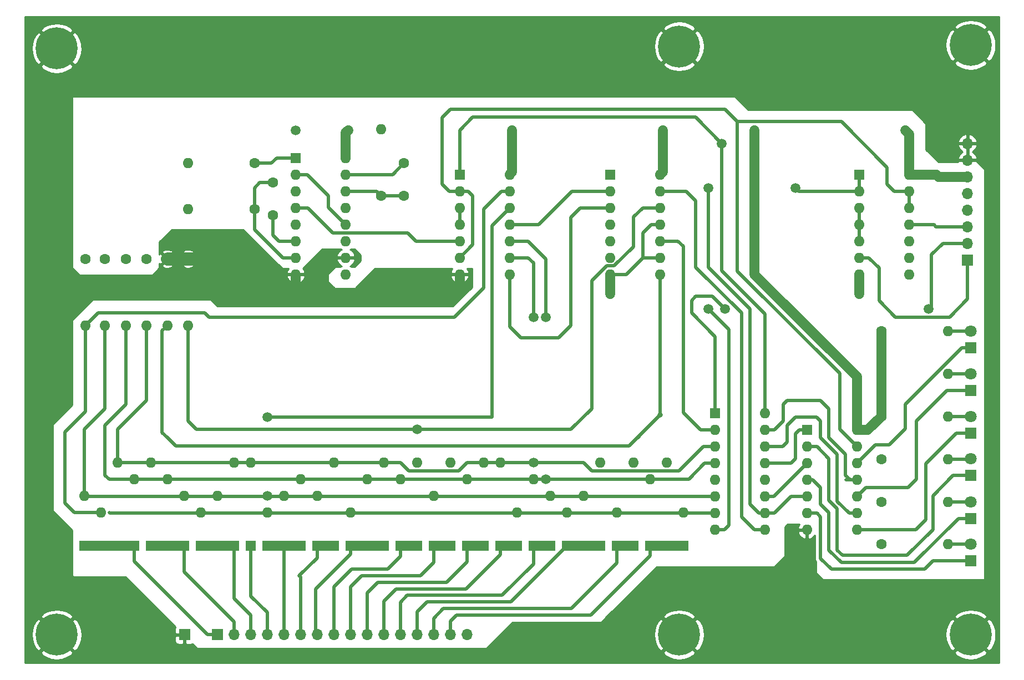
<source format=gbr>
%TF.GenerationSoftware,KiCad,Pcbnew,(5.1.10-1-10_14)*%
%TF.CreationDate,2021-06-29T18:24:10+10:00*%
%TF.ProjectId,Keyboard interface,4b657962-6f61-4726-9420-696e74657266,rev?*%
%TF.SameCoordinates,Original*%
%TF.FileFunction,Copper,L2,Bot*%
%TF.FilePolarity,Positive*%
%FSLAX46Y46*%
G04 Gerber Fmt 4.6, Leading zero omitted, Abs format (unit mm)*
G04 Created by KiCad (PCBNEW (5.1.10-1-10_14)) date 2021-06-29 18:24:10*
%MOMM*%
%LPD*%
G01*
G04 APERTURE LIST*
%TA.AperFunction,ComponentPad*%
%ADD10R,1.700000X1.700000*%
%TD*%
%TA.AperFunction,ComponentPad*%
%ADD11C,1.800000*%
%TD*%
%TA.AperFunction,ComponentPad*%
%ADD12R,1.800000X1.800000*%
%TD*%
%TA.AperFunction,ComponentPad*%
%ADD13C,0.800000*%
%TD*%
%TA.AperFunction,ComponentPad*%
%ADD14C,6.400000*%
%TD*%
%TA.AperFunction,ComponentPad*%
%ADD15C,1.600000*%
%TD*%
%TA.AperFunction,ComponentPad*%
%ADD16O,1.600000X1.600000*%
%TD*%
%TA.AperFunction,ComponentPad*%
%ADD17R,1.600000X1.600000*%
%TD*%
%TA.AperFunction,ComponentPad*%
%ADD18O,1.700000X1.700000*%
%TD*%
%TA.AperFunction,ViaPad*%
%ADD19C,1.500000*%
%TD*%
%TA.AperFunction,ViaPad*%
%ADD20C,0.800000*%
%TD*%
%TA.AperFunction,Conductor*%
%ADD21C,0.500000*%
%TD*%
%TA.AperFunction,Conductor*%
%ADD22C,1.500000*%
%TD*%
%TA.AperFunction,Conductor*%
%ADD23C,2.000000*%
%TD*%
%TA.AperFunction,Conductor*%
%ADD24C,0.254000*%
%TD*%
%TA.AperFunction,Conductor*%
%ADD25C,0.100000*%
%TD*%
G04 APERTURE END LIST*
D10*
%TO.P,J3,1*%
%TO.N,GND*%
X75000000Y-145000000D03*
%TD*%
D11*
%TO.P,D6,2*%
%TO.N,Net-(D6-Pad2)*%
X195000000Y-131160000D03*
D12*
%TO.P,D6,1*%
%TO.N,Net-(D6-Pad1)*%
X195000000Y-133700000D03*
%TD*%
D11*
%TO.P,D5,2*%
%TO.N,Net-(D5-Pad2)*%
X195000000Y-124700000D03*
D12*
%TO.P,D5,1*%
%TO.N,Net-(D5-Pad1)*%
X195000000Y-127240000D03*
%TD*%
D11*
%TO.P,D4,2*%
%TO.N,Net-(D4-Pad2)*%
X195000000Y-118160000D03*
D12*
%TO.P,D4,1*%
%TO.N,Net-(D4-Pad1)*%
X195000000Y-120700000D03*
%TD*%
D11*
%TO.P,D3,2*%
%TO.N,Net-(D3-Pad2)*%
X195000000Y-111700000D03*
D12*
%TO.P,D3,1*%
%TO.N,Net-(D3-Pad1)*%
X195000000Y-114240000D03*
%TD*%
D11*
%TO.P,D2,2*%
%TO.N,Net-(D2-Pad2)*%
X195000000Y-105160000D03*
D12*
%TO.P,D2,1*%
%TO.N,Net-(D2-Pad1)*%
X195000000Y-107700000D03*
%TD*%
D11*
%TO.P,D1,2*%
%TO.N,Net-(D1-Pad2)*%
X195000000Y-98700000D03*
D12*
%TO.P,D1,1*%
%TO.N,Net-(D1-Pad1)*%
X195000000Y-101240000D03*
%TD*%
D13*
%TO.P,H6,1*%
%TO.N,GND*%
X152197056Y-143302944D03*
X150500000Y-142600000D03*
X148802944Y-143302944D03*
X148100000Y-145000000D03*
X148802944Y-146697056D03*
X150500000Y-147400000D03*
X152197056Y-146697056D03*
X152900000Y-145000000D03*
D14*
X150500000Y-145000000D03*
%TD*%
D13*
%TO.P,H5,1*%
%TO.N,GND*%
X152197056Y-53500000D03*
X150500000Y-52797056D03*
X148802944Y-53500000D03*
X148100000Y-55197056D03*
X148802944Y-56894112D03*
X150500000Y-57597056D03*
X152197056Y-56894112D03*
X152900000Y-55197056D03*
D14*
X150500000Y-55197056D03*
%TD*%
D15*
%TO.P,C2,2*%
%TO.N,Net-(C2-Pad2)*%
X108500000Y-73000000D03*
%TO.P,C2,1*%
%TO.N,Net-(C2-Pad1)*%
X108500000Y-78000000D03*
%TD*%
%TO.P,C1,2*%
%TO.N,Net-(C1-Pad2)*%
X88500000Y-81000000D03*
%TO.P,C1,1*%
%TO.N,Net-(C1-Pad1)*%
X88500000Y-76000000D03*
%TD*%
D16*
%TO.P,D43,2*%
%TO.N,F*%
X151130000Y-126365000D03*
D17*
%TO.P,D43,1*%
%TO.N,LF*%
X151130000Y-131445000D03*
%TD*%
D16*
%TO.P,D42,2*%
%TO.N,A*%
X148590000Y-118745000D03*
D17*
%TO.P,D42,1*%
%TO.N,LF*%
X148590000Y-131445000D03*
%TD*%
D16*
%TO.P,D41,2*%
%TO.N,D*%
X146050000Y-121285000D03*
D17*
%TO.P,D41,1*%
%TO.N,LF*%
X146050000Y-131445000D03*
%TD*%
D16*
%TO.P,D40,2*%
%TO.N,A*%
X143510000Y-118745000D03*
D17*
%TO.P,D40,1*%
%TO.N,DIV*%
X143510000Y-131445000D03*
%TD*%
D16*
%TO.P,D39,2*%
%TO.N,F*%
X140970000Y-126365000D03*
D17*
%TO.P,D39,1*%
%TO.N,DIV*%
X140970000Y-131445000D03*
%TD*%
D16*
%TO.P,D38,2*%
%TO.N,A*%
X138430000Y-118745000D03*
D17*
%TO.P,D38,1*%
%TO.N,X*%
X138430000Y-131445000D03*
%TD*%
D16*
%TO.P,D37,2*%
%TO.N,E*%
X135890000Y-123825000D03*
D17*
%TO.P,D37,1*%
%TO.N,X*%
X135890000Y-131445000D03*
%TD*%
D16*
%TO.P,D36,2*%
%TO.N,F*%
X133350000Y-126365000D03*
D17*
%TO.P,D36,1*%
%TO.N,X*%
X133350000Y-131445000D03*
%TD*%
D16*
%TO.P,D35,2*%
%TO.N,E*%
X130810000Y-123825000D03*
D17*
%TO.P,D35,1*%
%TO.N,9*%
X130810000Y-131445000D03*
%TD*%
D16*
%TO.P,D34,2*%
%TO.N,D*%
X128270000Y-121285000D03*
D17*
%TO.P,D34,1*%
%TO.N,9*%
X128270000Y-131445000D03*
%TD*%
D16*
%TO.P,D33,2*%
%TO.N,F*%
X125730000Y-126365000D03*
D17*
%TO.P,D33,1*%
%TO.N,6*%
X125730000Y-131445000D03*
%TD*%
D16*
%TO.P,D32,2*%
%TO.N,C*%
X123190000Y-118745000D03*
D17*
%TO.P,D32,1*%
%TO.N,6*%
X123190000Y-131445000D03*
%TD*%
D16*
%TO.P,D31,2*%
%TO.N,C*%
X120650000Y-118745000D03*
D17*
%TO.P,D31,1*%
%TO.N,3*%
X120650000Y-131445000D03*
%TD*%
D16*
%TO.P,D30,2*%
%TO.N,D*%
X118110000Y-121285000D03*
D17*
%TO.P,D30,1*%
%TO.N,3*%
X118110000Y-131445000D03*
%TD*%
D16*
%TO.P,D29,2*%
%TO.N,A*%
X115570000Y-118745000D03*
D17*
%TO.P,D29,1*%
%TO.N,-*%
X115570000Y-131445000D03*
%TD*%
D16*
%TO.P,D28,2*%
%TO.N,E*%
X113030000Y-123825000D03*
D17*
%TO.P,D28,1*%
%TO.N,-*%
X113030000Y-131445000D03*
%TD*%
D16*
%TO.P,D27,2*%
%TO.N,A*%
X110490000Y-118745000D03*
D17*
%TO.P,D27,1*%
%TO.N,+*%
X110490000Y-131445000D03*
%TD*%
D16*
%TO.P,D26,2*%
%TO.N,D*%
X107950000Y-121285000D03*
D17*
%TO.P,D26,1*%
%TO.N,+*%
X107950000Y-131445000D03*
%TD*%
D16*
%TO.P,D25,2*%
%TO.N,C*%
X105410000Y-118745000D03*
D17*
%TO.P,D25,1*%
%TO.N,2*%
X105410000Y-131445000D03*
%TD*%
D16*
%TO.P,D24,2*%
%TO.N,D*%
X102870000Y-121285000D03*
D17*
%TO.P,D24,1*%
%TO.N,2*%
X102870000Y-131445000D03*
%TD*%
D16*
%TO.P,D23,2*%
%TO.N,F*%
X100330000Y-126365000D03*
D17*
%TO.P,D23,1*%
%TO.N,2*%
X100330000Y-131445000D03*
%TD*%
D16*
%TO.P,R15,2*%
%TO.N,+5V*%
X75565000Y-73025000D03*
D15*
%TO.P,R15,1*%
%TO.N,Net-(R15-Pad1)*%
X85725000Y-73025000D03*
%TD*%
D16*
%TO.P,D22,2*%
%TO.N,C*%
X97790000Y-118745000D03*
D17*
%TO.P,D22,1*%
%TO.N,5*%
X97790000Y-131445000D03*
%TD*%
D16*
%TO.P,D21,2*%
%TO.N,E*%
X95250000Y-123825000D03*
D17*
%TO.P,D21,1*%
%TO.N,5*%
X95250000Y-131445000D03*
%TD*%
D16*
%TO.P,D20,2*%
%TO.N,D*%
X92710000Y-121285000D03*
D17*
%TO.P,D20,1*%
%TO.N,8*%
X92710000Y-131445000D03*
%TD*%
D16*
%TO.P,D19,2*%
%TO.N,E*%
X90170000Y-123825000D03*
D17*
%TO.P,D19,1*%
%TO.N,8*%
X90170000Y-131445000D03*
%TD*%
D16*
%TO.P,D18,2*%
%TO.N,F*%
X87630000Y-126365000D03*
D17*
%TO.P,D18,1*%
%TO.N,8*%
X87630000Y-131445000D03*
%TD*%
D18*
%TO.P,J1,16*%
%TO.N,CR*%
X118100000Y-145000000D03*
%TO.P,J1,15*%
%TO.N,LF*%
X115560000Y-145000000D03*
%TO.P,J1,14*%
%TO.N,DIV*%
X113020000Y-145000000D03*
%TO.P,J1,13*%
%TO.N,X*%
X110480000Y-145000000D03*
%TO.P,J1,12*%
%TO.N,9*%
X107940000Y-145000000D03*
%TO.P,J1,11*%
%TO.N,6*%
X105400000Y-145000000D03*
%TO.P,J1,10*%
%TO.N,3*%
X102860000Y-145000000D03*
%TO.P,J1,9*%
%TO.N,-*%
X100320000Y-145000000D03*
%TO.P,J1,8*%
%TO.N,+*%
X97780000Y-145000000D03*
%TO.P,J1,7*%
%TO.N,2*%
X95240000Y-145000000D03*
%TO.P,J1,6*%
%TO.N,5*%
X92700000Y-145000000D03*
%TO.P,J1,5*%
%TO.N,8*%
X90160000Y-145000000D03*
%TO.P,J1,4*%
%TO.N,7*%
X87620000Y-145000000D03*
%TO.P,J1,3*%
%TO.N,4*%
X85080000Y-145000000D03*
%TO.P,J1,2*%
%TO.N,1*%
X82540000Y-145000000D03*
D10*
%TO.P,J1,1*%
%TO.N,0*%
X80000000Y-145000000D03*
%TD*%
D16*
%TO.P,D17,2*%
%TO.N,C*%
X85090000Y-118745000D03*
D17*
%TO.P,D17,1*%
%TO.N,7*%
X85090000Y-131445000D03*
%TD*%
D16*
%TO.P,D16,2*%
%TO.N,C*%
X82550000Y-118745000D03*
D17*
%TO.P,D16,1*%
%TO.N,4*%
X82550000Y-131445000D03*
%TD*%
D16*
%TO.P,D15,2*%
%TO.N,E*%
X80010000Y-123825000D03*
D17*
%TO.P,D15,1*%
%TO.N,4*%
X80010000Y-131445000D03*
%TD*%
D16*
%TO.P,D14,2*%
%TO.N,F*%
X77470000Y-126365000D03*
D17*
%TO.P,D14,1*%
%TO.N,4*%
X77470000Y-131445000D03*
%TD*%
D16*
%TO.P,D13,2*%
%TO.N,E*%
X74930000Y-123825000D03*
D17*
%TO.P,D13,1*%
%TO.N,1*%
X74930000Y-131445000D03*
%TD*%
D16*
%TO.P,D12,2*%
%TO.N,D*%
X72390000Y-121285000D03*
D17*
%TO.P,D12,1*%
%TO.N,1*%
X72390000Y-131445000D03*
%TD*%
D16*
%TO.P,D11,2*%
%TO.N,C*%
X69850000Y-118745000D03*
D17*
%TO.P,D11,1*%
%TO.N,1*%
X69850000Y-131445000D03*
%TD*%
D16*
%TO.P,D8,2*%
%TO.N,F*%
X62230000Y-126365000D03*
D17*
%TO.P,D8,1*%
%TO.N,0*%
X62230000Y-131445000D03*
%TD*%
D16*
%TO.P,D7,2*%
%TO.N,E*%
X59690000Y-123825000D03*
D17*
%TO.P,D7,1*%
%TO.N,0*%
X59690000Y-131445000D03*
%TD*%
D16*
%TO.P,D9,2*%
%TO.N,C*%
X64770000Y-118745000D03*
D17*
%TO.P,D9,1*%
%TO.N,0*%
X64770000Y-131445000D03*
%TD*%
D16*
%TO.P,D10,2*%
%TO.N,D*%
X67310000Y-121285000D03*
D17*
%TO.P,D10,1*%
%TO.N,0*%
X67310000Y-131445000D03*
%TD*%
D13*
%TO.P,H4,1*%
%TO.N,GND*%
X57197056Y-143302944D03*
X55500000Y-142600000D03*
X53802944Y-143302944D03*
X53100000Y-145000000D03*
X53802944Y-146697056D03*
X55500000Y-147400000D03*
X57197056Y-146697056D03*
X57900000Y-145000000D03*
D14*
X55500000Y-145000000D03*
%TD*%
D13*
%TO.P,H3,1*%
%TO.N,GND*%
X196697056Y-143302944D03*
X195000000Y-142600000D03*
X193302944Y-143302944D03*
X192600000Y-145000000D03*
X193302944Y-146697056D03*
X195000000Y-147400000D03*
X196697056Y-146697056D03*
X197400000Y-145000000D03*
D14*
X195000000Y-145000000D03*
%TD*%
D13*
%TO.P,H2,1*%
%TO.N,GND*%
X196697056Y-53302944D03*
X195000000Y-52600000D03*
X193302944Y-53302944D03*
X192600000Y-55000000D03*
X193302944Y-56697056D03*
X195000000Y-57400000D03*
X196697056Y-56697056D03*
X197400000Y-55000000D03*
D14*
X195000000Y-55000000D03*
%TD*%
D13*
%TO.P,H1,1*%
%TO.N,GND*%
X57197056Y-53802944D03*
X55500000Y-53100000D03*
X53802944Y-53802944D03*
X53100000Y-55500000D03*
X53802944Y-57197056D03*
X55500000Y-57900000D03*
X57197056Y-57197056D03*
X57900000Y-55500000D03*
D14*
X55500000Y-55500000D03*
%TD*%
D10*
%TO.P,J2,1*%
%TO.N,DATA_OUT*%
X194500000Y-87780000D03*
D18*
%TO.P,J2,2*%
%TO.N,~SHIFT_CLOCK*%
X194500000Y-85240000D03*
%TO.P,J2,3*%
%TO.N,~FLAG_OUT*%
X194500000Y-82700000D03*
%TO.P,J2,4*%
%TO.N,~FLAG_RESET*%
X194500000Y-80160000D03*
%TO.P,J2,5*%
%TO.N,+5V*%
X194500000Y-77620000D03*
%TO.P,J2,6*%
X194500000Y-75080000D03*
%TO.P,J2,7*%
%TO.N,GND*%
X194500000Y-72540000D03*
%TO.P,J2,8*%
X194500000Y-70000000D03*
%TD*%
D16*
%TO.P,R1,2*%
%TO.N,Net-(D1-Pad2)*%
X191500000Y-98700000D03*
D15*
%TO.P,R1,1*%
%TO.N,+5V*%
X181340000Y-98700000D03*
%TD*%
D16*
%TO.P,R2,2*%
%TO.N,Net-(D2-Pad2)*%
X191500000Y-105200000D03*
D15*
%TO.P,R2,1*%
%TO.N,+5V*%
X181340000Y-105200000D03*
%TD*%
%TO.P,R3,1*%
%TO.N,+5V*%
X181340000Y-111700000D03*
D16*
%TO.P,R3,2*%
%TO.N,Net-(D3-Pad2)*%
X191500000Y-111700000D03*
%TD*%
%TO.P,R4,2*%
%TO.N,Net-(D4-Pad2)*%
X191500000Y-118200000D03*
D15*
%TO.P,R4,1*%
%TO.N,+5V*%
X181340000Y-118200000D03*
%TD*%
%TO.P,R5,1*%
%TO.N,+5V*%
X181340000Y-124700000D03*
D16*
%TO.P,R5,2*%
%TO.N,Net-(D5-Pad2)*%
X191500000Y-124700000D03*
%TD*%
%TO.P,R6,2*%
%TO.N,Net-(D6-Pad2)*%
X191500000Y-131200000D03*
D15*
%TO.P,R6,1*%
%TO.N,+5V*%
X181340000Y-131200000D03*
%TD*%
D16*
%TO.P,R7,2*%
%TO.N,+5V*%
X75565000Y-80010000D03*
D15*
%TO.P,R7,1*%
%TO.N,Net-(C1-Pad1)*%
X85725000Y-80010000D03*
%TD*%
%TO.P,R8,1*%
%TO.N,Net-(C2-Pad1)*%
X105000000Y-78000000D03*
D16*
%TO.P,R8,2*%
%TO.N,+5V*%
X105000000Y-67840000D03*
%TD*%
D15*
%TO.P,R9,1*%
%TO.N,GND*%
X75565000Y-87630000D03*
D16*
%TO.P,R9,2*%
%TO.N,A*%
X75565000Y-97790000D03*
%TD*%
%TO.P,R10,2*%
%TO.N,CR*%
X72390000Y-97790000D03*
D15*
%TO.P,R10,1*%
%TO.N,GND*%
X72390000Y-87630000D03*
%TD*%
%TO.P,R11,1*%
%TO.N,+5V*%
X69215000Y-87630000D03*
D16*
%TO.P,R11,2*%
%TO.N,C*%
X69215000Y-97790000D03*
%TD*%
%TO.P,R12,2*%
%TO.N,D*%
X66040000Y-97790000D03*
D15*
%TO.P,R12,1*%
%TO.N,+5V*%
X66040000Y-87630000D03*
%TD*%
%TO.P,R13,1*%
%TO.N,+5V*%
X62865000Y-87630000D03*
D16*
%TO.P,R13,2*%
%TO.N,E*%
X62865000Y-97790000D03*
%TD*%
D15*
%TO.P,R14,1*%
%TO.N,+5V*%
X59880000Y-87630000D03*
D16*
%TO.P,R14,2*%
%TO.N,F*%
X59880000Y-97790000D03*
%TD*%
D17*
%TO.P,U1,1*%
%TO.N,Net-(R15-Pad1)*%
X92000000Y-72220000D03*
D16*
%TO.P,U1,9*%
%TO.N,Net-(U1-Pad9)*%
X99620000Y-90000000D03*
%TO.P,U1,2*%
%TO.N,Net-(U1-Pad12)*%
X92000000Y-74760000D03*
%TO.P,U1,10*%
%TO.N,GND*%
X99620000Y-87460000D03*
%TO.P,U1,3*%
%TO.N,Net-(U1-Pad3)*%
X92000000Y-77300000D03*
%TO.P,U1,11*%
%TO.N,Net-(U1-Pad11)*%
X99620000Y-84920000D03*
%TO.P,U1,4*%
%TO.N,Net-(U1-Pad4)*%
X92000000Y-79840000D03*
%TO.P,U1,12*%
%TO.N,Net-(U1-Pad12)*%
X99620000Y-82380000D03*
%TO.P,U1,5*%
%TO.N,Net-(U1-Pad5)*%
X92000000Y-82380000D03*
%TO.P,U1,13*%
%TO.N,Net-(U1-Pad13)*%
X99620000Y-79840000D03*
%TO.P,U1,6*%
%TO.N,Net-(C1-Pad2)*%
X92000000Y-84920000D03*
%TO.P,U1,14*%
%TO.N,Net-(C2-Pad1)*%
X99620000Y-77300000D03*
%TO.P,U1,7*%
%TO.N,Net-(C1-Pad1)*%
X92000000Y-87460000D03*
%TO.P,U1,15*%
%TO.N,Net-(C2-Pad2)*%
X99620000Y-74760000D03*
%TO.P,U1,8*%
%TO.N,GND*%
X92000000Y-90000000D03*
%TO.P,U1,16*%
%TO.N,+5V*%
X99620000Y-72220000D03*
%TD*%
D17*
%TO.P,U2,1*%
%TO.N,~FLAG_RESET*%
X117000000Y-74760000D03*
D16*
%TO.P,U2,8*%
%TO.N,Net-(U2-Pad8)*%
X124620000Y-90000000D03*
%TO.P,U2,2*%
%TO.N,FLAG_OUT_LED*%
X117000000Y-77300000D03*
%TO.P,U2,9*%
%TO.N,C*%
X124620000Y-87460000D03*
%TO.P,U2,3*%
%TO.N,Net-(U2-Pad3)*%
X117000000Y-79840000D03*
%TO.P,U2,10*%
%TO.N,D*%
X124620000Y-84920000D03*
%TO.P,U2,4*%
%TO.N,Net-(U2-Pad3)*%
X117000000Y-82380000D03*
%TO.P,U2,11*%
%TO.N,Net-(U2-Pad11)*%
X124620000Y-82380000D03*
%TO.P,U2,5*%
%TO.N,Net-(U1-Pad4)*%
X117000000Y-84920000D03*
%TO.P,U2,12*%
%TO.N,E*%
X124620000Y-79840000D03*
%TO.P,U2,6*%
%TO.N,FLAG_OUT_LED*%
X117000000Y-87460000D03*
%TO.P,U2,13*%
%TO.N,F*%
X124620000Y-77300000D03*
%TO.P,U2,7*%
%TO.N,GND*%
X117000000Y-90000000D03*
%TO.P,U2,14*%
%TO.N,+5V*%
X124620000Y-74760000D03*
%TD*%
%TO.P,U3,14*%
%TO.N,+5V*%
X147620000Y-74760000D03*
%TO.P,U3,7*%
%TO.N,GND*%
X140000000Y-90000000D03*
%TO.P,U3,13*%
%TO.N,Net-(U3-Pad13)*%
X147620000Y-77300000D03*
%TO.P,U3,6*%
%TO.N,Net-(U3-Pad6)*%
X140000000Y-87460000D03*
%TO.P,U3,12*%
%TO.N,A*%
X147620000Y-79840000D03*
%TO.P,U3,5*%
%TO.N,Net-(U3-Pad5)*%
X140000000Y-84920000D03*
%TO.P,U3,11*%
%TO.N,GND*%
X147620000Y-82380000D03*
%TO.P,U3,4*%
%TO.N,Net-(U3-Pad4)*%
X140000000Y-82380000D03*
%TO.P,U3,10*%
%TO.N,Net-(U3-Pad10)*%
X147620000Y-84920000D03*
%TO.P,U3,3*%
%TO.N,Net-(U2-Pad8)*%
X140000000Y-79840000D03*
%TO.P,U3,9*%
%TO.N,GND*%
X147620000Y-87460000D03*
%TO.P,U3,2*%
%TO.N,Net-(U2-Pad11)*%
X140000000Y-77300000D03*
%TO.P,U3,8*%
%TO.N,CR*%
X147620000Y-90000000D03*
D17*
%TO.P,U3,1*%
%TO.N,Net-(U1-Pad9)*%
X140000000Y-74760000D03*
%TD*%
%TO.P,U4,1*%
%TO.N,Net-(U4-Pad1)*%
X178000000Y-74760000D03*
D16*
%TO.P,U4,8*%
%TO.N,Net-(U4-Pad8)*%
X185620000Y-90000000D03*
%TO.P,U4,2*%
%TO.N,Net-(U4-Pad1)*%
X178000000Y-77300000D03*
%TO.P,U4,9*%
%TO.N,Net-(U4-Pad9)*%
X185620000Y-87460000D03*
%TO.P,U4,3*%
%TO.N,Net-(U4-Pad3)*%
X178000000Y-79840000D03*
%TO.P,U4,10*%
%TO.N,Net-(U4-Pad10)*%
X185620000Y-84920000D03*
%TO.P,U4,4*%
%TO.N,Net-(U4-Pad3)*%
X178000000Y-82380000D03*
%TO.P,U4,11*%
%TO.N,~FLAG_OUT*%
X185620000Y-82380000D03*
%TO.P,U4,5*%
%TO.N,Net-(U4-Pad3)*%
X178000000Y-84920000D03*
%TO.P,U4,12*%
%TO.N,FLAG_OUT_LED*%
X185620000Y-79840000D03*
%TO.P,U4,6*%
%TO.N,DATA_OUT*%
X178000000Y-87460000D03*
%TO.P,U4,13*%
%TO.N,FLAG_OUT_LED*%
X185620000Y-77300000D03*
%TO.P,U4,7*%
%TO.N,GND*%
X178000000Y-90000000D03*
%TO.P,U4,14*%
%TO.N,+5V*%
X185620000Y-74760000D03*
%TD*%
%TO.P,U5,16*%
%TO.N,~FLAG_RESET*%
X163620000Y-111220000D03*
%TO.P,U5,8*%
%TO.N,Net-(U1-Pad5)*%
X156000000Y-129000000D03*
%TO.P,U5,15*%
%TO.N,Net-(U5-Pad15)*%
X163620000Y-113760000D03*
%TO.P,U5,7*%
%TO.N,F*%
X156000000Y-126460000D03*
%TO.P,U5,14*%
%TO.N,Net-(U5-Pad14)*%
X163620000Y-116300000D03*
%TO.P,U5,6*%
%TO.N,E*%
X156000000Y-123920000D03*
%TO.P,U5,13*%
%TO.N,Net-(U5-Pad13)*%
X163620000Y-118840000D03*
%TO.P,U5,5*%
%TO.N,Net-(U5-Pad5)*%
X156000000Y-121380000D03*
%TO.P,U5,12*%
%TO.N,Net-(U5-Pad12)*%
X163620000Y-121380000D03*
%TO.P,U5,4*%
%TO.N,D*%
X156000000Y-118840000D03*
%TO.P,U5,11*%
%TO.N,Net-(U5-Pad11)*%
X163620000Y-123920000D03*
%TO.P,U5,3*%
%TO.N,C*%
X156000000Y-116300000D03*
%TO.P,U5,10*%
%TO.N,Net-(U4-Pad1)*%
X163620000Y-126460000D03*
%TO.P,U5,2*%
%TO.N,Net-(U3-Pad10)*%
X156000000Y-113760000D03*
%TO.P,U5,9*%
%TO.N,Net-(U3-Pad13)*%
X163620000Y-129000000D03*
D17*
%TO.P,U5,1*%
%TO.N,~SHIFT_CLOCK*%
X156000000Y-111220000D03*
%TD*%
D16*
%TO.P,U6,14*%
%TO.N,+5V*%
X177620000Y-113760000D03*
%TO.P,U6,7*%
%TO.N,GND*%
X170000000Y-129000000D03*
%TO.P,U6,13*%
%TO.N,FLAG_OUT_LED*%
X177620000Y-116300000D03*
%TO.P,U6,6*%
%TO.N,Net-(D6-Pad1)*%
X170000000Y-126460000D03*
%TO.P,U6,12*%
%TO.N,Net-(D1-Pad1)*%
X177620000Y-118840000D03*
%TO.P,U6,5*%
%TO.N,Net-(U4-Pad1)*%
X170000000Y-123920000D03*
%TO.P,U6,11*%
%TO.N,Net-(U5-Pad15)*%
X177620000Y-121380000D03*
%TO.P,U6,4*%
%TO.N,Net-(D5-Pad1)*%
X170000000Y-121380000D03*
%TO.P,U6,10*%
%TO.N,Net-(D2-Pad1)*%
X177620000Y-123920000D03*
%TO.P,U6,3*%
%TO.N,Net-(U5-Pad11)*%
X170000000Y-118840000D03*
%TO.P,U6,9*%
%TO.N,Net-(U5-Pad14)*%
X177620000Y-126460000D03*
%TO.P,U6,2*%
%TO.N,Net-(D4-Pad1)*%
X170000000Y-116300000D03*
%TO.P,U6,8*%
%TO.N,Net-(D3-Pad1)*%
X177620000Y-129000000D03*
D17*
%TO.P,U6,1*%
%TO.N,Net-(U5-Pad13)*%
X170000000Y-113760000D03*
%TD*%
D19*
%TO.N,~FLAG_RESET*%
X157000000Y-70000000D03*
%TO.N,~SHIFT_CLOCK*%
X188595000Y-95250000D03*
X157480000Y-95250000D03*
%TO.N,+5V*%
X185000000Y-68000000D03*
X148000000Y-68000000D03*
X125000000Y-68000000D03*
X92000000Y-68000000D03*
X100000000Y-68000000D03*
X162000000Y-68000000D03*
%TO.N,GND*%
X92000000Y-93000000D03*
X178000000Y-93000000D03*
X140000000Y-93000000D03*
X117000000Y-93000000D03*
%TO.N,A*%
X110490000Y-113665000D03*
%TO.N,C*%
X128270000Y-96520000D03*
X128270000Y-118745000D03*
%TO.N,D*%
X130175000Y-96520000D03*
X130175000Y-121285000D03*
%TO.N,E*%
X87630000Y-111760000D03*
X87630000Y-123825000D03*
%TO.N,Net-(U1-Pad5)*%
X154940000Y-95250000D03*
%TO.N,Net-(U4-Pad1)*%
X168275000Y-76835000D03*
X154940000Y-76835000D03*
D20*
%TO.N,CR*%
X147620000Y-111460000D03*
%TD*%
D21*
%TO.N,Net-(D1-Pad1)*%
X193609998Y-101240000D02*
X194500000Y-101240000D01*
X185000000Y-109849998D02*
X193609998Y-101240000D01*
X185000000Y-113550002D02*
X185000000Y-109849998D01*
X180460000Y-116000000D02*
X182550002Y-116000000D01*
X182550002Y-116000000D02*
X185000000Y-113550002D01*
X177620000Y-118840000D02*
X180460000Y-116000000D01*
%TO.N,Net-(D1-Pad2)*%
X191500000Y-98700000D02*
X194500000Y-98700000D01*
%TO.N,Net-(D2-Pad2)*%
X194460000Y-105200000D02*
X194500000Y-105160000D01*
X191500000Y-105200000D02*
X194460000Y-105200000D01*
%TO.N,Net-(D2-Pad1)*%
X177620000Y-123920000D02*
X178985000Y-122555000D01*
X178985000Y-122555000D02*
X185420000Y-122555000D01*
X185420000Y-122555000D02*
X186690000Y-121285000D01*
X186690000Y-121285000D02*
X186690000Y-112395000D01*
X191385000Y-107700000D02*
X194500000Y-107700000D01*
X186690000Y-112395000D02*
X191385000Y-107700000D01*
%TO.N,Net-(D3-Pad2)*%
X191500000Y-111700000D02*
X194500000Y-111700000D01*
%TO.N,Net-(D3-Pad1)*%
X194500000Y-114240000D02*
X192760000Y-114240000D01*
X177620000Y-129000000D02*
X186595000Y-129000000D01*
X188107500Y-127487500D02*
X188107500Y-118892500D01*
X186595000Y-129000000D02*
X188107500Y-127487500D01*
X192760000Y-114240000D02*
X188107500Y-118892500D01*
%TO.N,Net-(D4-Pad1)*%
X189202500Y-128932500D02*
X189202500Y-123797500D01*
X189202500Y-123797500D02*
X192300000Y-120700000D01*
X174625000Y-125730000D02*
X174625000Y-132080000D01*
X185242500Y-132892500D02*
X189202500Y-128932500D01*
X175437500Y-132892500D02*
X185242500Y-132892500D01*
X173355000Y-124460000D02*
X174625000Y-125730000D01*
X171545000Y-116300000D02*
X173355000Y-118110000D01*
X192300000Y-120700000D02*
X194500000Y-120700000D01*
X173355000Y-118110000D02*
X173355000Y-124460000D01*
X174625000Y-132080000D02*
X175437500Y-132892500D01*
X170000000Y-116300000D02*
X171545000Y-116300000D01*
%TO.N,Net-(D4-Pad2)*%
X194460000Y-118200000D02*
X194500000Y-118160000D01*
X191500000Y-118200000D02*
X194460000Y-118200000D01*
%TO.N,Net-(D5-Pad1)*%
X175275000Y-134000000D02*
X186340000Y-134000000D01*
X193100000Y-127240000D02*
X194500000Y-127240000D01*
X173355000Y-132080000D02*
X175275000Y-134000000D01*
X172085000Y-125095000D02*
X173355000Y-126365000D01*
X170910000Y-121380000D02*
X172085000Y-122555000D01*
X172085000Y-122555000D02*
X172085000Y-125095000D01*
X186340000Y-134000000D02*
X193100000Y-127240000D01*
X173355000Y-126365000D02*
X173355000Y-132080000D01*
X170000000Y-121380000D02*
X170910000Y-121380000D01*
%TO.N,Net-(D5-Pad2)*%
X191500000Y-124700000D02*
X194500000Y-124700000D01*
%TO.N,Net-(D6-Pad2)*%
X191500000Y-131200000D02*
X194500000Y-131200000D01*
%TO.N,Net-(D6-Pad1)*%
X189260000Y-133740000D02*
X194500000Y-133740000D01*
X188000000Y-135000000D02*
X189260000Y-133740000D01*
X172085000Y-127000000D02*
X172085000Y-133350000D01*
X171545000Y-126460000D02*
X172085000Y-127000000D01*
X173735000Y-135000000D02*
X188000000Y-135000000D01*
X172085000Y-133350000D02*
X173735000Y-135000000D01*
X170000000Y-126460000D02*
X171545000Y-126460000D01*
%TO.N,~FLAG_RESET*%
X117000000Y-68000000D02*
X117000000Y-74760000D01*
X119000000Y-66000000D02*
X117000000Y-68000000D01*
X153000000Y-66000000D02*
X119000000Y-66000000D01*
X157000000Y-70000000D02*
X153000000Y-66000000D01*
X163620000Y-96029964D02*
X157000000Y-89409964D01*
X163620000Y-111220000D02*
X163620000Y-96029964D01*
X157000000Y-89409964D02*
X157000000Y-70000000D01*
%TO.N,~FLAG_OUT*%
X185620000Y-82380000D02*
X189380000Y-82380000D01*
X189700000Y-82700000D02*
X194500000Y-82700000D01*
X189380000Y-82380000D02*
X189700000Y-82700000D01*
%TO.N,~SHIFT_CLOCK*%
X194500000Y-85240000D02*
X190760000Y-85240000D01*
X190760000Y-85240000D02*
X189000000Y-87000000D01*
X189000000Y-87000000D02*
X189000000Y-94000000D01*
X189000000Y-94845000D02*
X188595000Y-95250000D01*
X189000000Y-94000000D02*
X189000000Y-94845000D01*
X156000000Y-99485000D02*
X156000000Y-111220000D01*
X157480000Y-95250000D02*
X155575000Y-93345000D01*
X152400000Y-93980000D02*
X152400000Y-95885000D01*
X153035000Y-93345000D02*
X152400000Y-93980000D01*
X152400000Y-95885000D02*
X156000000Y-99485000D01*
X155575000Y-93345000D02*
X153035000Y-93345000D01*
%TO.N,DATA_OUT*%
X194500000Y-90995000D02*
X194500000Y-87780000D01*
X191770000Y-96520000D02*
X194500000Y-93790000D01*
X178000000Y-87460000D02*
X179460000Y-87460000D01*
X183515000Y-96520000D02*
X191770000Y-96520000D01*
X194500000Y-93790000D02*
X194500000Y-90995000D01*
X181000000Y-89000000D02*
X181000000Y-94005000D01*
X179460000Y-87460000D02*
X181000000Y-89000000D01*
X181000000Y-94005000D02*
X183515000Y-96520000D01*
D22*
%TO.N,+5V*%
X194500000Y-75080000D02*
X190080000Y-75080000D01*
X189760000Y-74760000D02*
X185620000Y-74760000D01*
X190080000Y-75080000D02*
X189760000Y-74760000D01*
X185620000Y-68620000D02*
X185000000Y-68000000D01*
X185620000Y-74760000D02*
X185620000Y-68620000D01*
X148000000Y-74380000D02*
X147620000Y-74760000D01*
X148000000Y-68000000D02*
X148000000Y-74380000D01*
X125000000Y-68000000D02*
X125000000Y-74380000D01*
X99620000Y-68380000D02*
X100000000Y-68000000D01*
X99620000Y-72220000D02*
X99620000Y-68380000D01*
X177620000Y-113760000D02*
X177620000Y-105620000D01*
X162000000Y-90000000D02*
X162000000Y-68000000D01*
X177620000Y-105620000D02*
X162000000Y-90000000D01*
X181340000Y-98700000D02*
X181340000Y-105660000D01*
X181340000Y-105660000D02*
X181340000Y-111700000D01*
X179280000Y-113760000D02*
X181340000Y-111700000D01*
X177620000Y-113760000D02*
X179280000Y-113760000D01*
%TO.N,GND*%
X92000000Y-90000000D02*
X92000000Y-93000000D01*
X178000000Y-93000000D02*
X178000000Y-90000000D01*
X140000000Y-90000000D02*
X140000000Y-93000000D01*
X117000000Y-90000000D02*
X117000000Y-93000000D01*
D21*
X92000000Y-90000000D02*
X94150000Y-90000000D01*
X96690000Y-87460000D02*
X99620000Y-87460000D01*
X94150000Y-90000000D02*
X96690000Y-87460000D01*
X140000000Y-90000000D02*
X142410000Y-90000000D01*
X144950000Y-87460000D02*
X147620000Y-87460000D01*
X142410000Y-90000000D02*
X144950000Y-87460000D01*
X147620000Y-82380000D02*
X146220000Y-82380000D01*
X144950000Y-83650000D02*
X144950000Y-87460000D01*
X146220000Y-82380000D02*
X144950000Y-83650000D01*
D23*
X72390000Y-87630000D02*
X75565000Y-87630000D01*
X75565000Y-87630000D02*
X81280000Y-87630000D01*
X86650000Y-93000000D02*
X86705000Y-93000000D01*
X81280000Y-87630000D02*
X86650000Y-93000000D01*
X92000000Y-93000000D02*
X86705000Y-93000000D01*
D21*
%TO.N,Net-(C1-Pad1)*%
X92000000Y-87460000D02*
X90000000Y-87460000D01*
X85725000Y-83185000D02*
X85725000Y-80010000D01*
X90000000Y-87460000D02*
X85725000Y-83185000D01*
X88500000Y-76000000D02*
X86500000Y-76000000D01*
X85725000Y-76775000D02*
X85725000Y-80010000D01*
X86500000Y-76000000D02*
X85725000Y-76775000D01*
%TO.N,Net-(C2-Pad1)*%
X104300000Y-77300000D02*
X105000000Y-78000000D01*
X99620000Y-77300000D02*
X104300000Y-77300000D01*
X105000000Y-78000000D02*
X108500000Y-78000000D01*
%TO.N,A*%
X75565000Y-112395000D02*
X75565000Y-97790000D01*
X76835000Y-113665000D02*
X75565000Y-112395000D01*
X110490000Y-113665000D02*
X76835000Y-113665000D01*
X139439997Y-88710001D02*
X137160000Y-90989998D01*
X137160000Y-90989998D02*
X137160000Y-110490000D01*
X137160000Y-110490000D02*
X133985000Y-113665000D01*
X140600001Y-88710001D02*
X139439997Y-88710001D01*
X133985000Y-113665000D02*
X110490000Y-113665000D01*
X147620000Y-79840000D02*
X144950000Y-79840000D01*
X143547501Y-81242499D02*
X143547501Y-85762501D01*
X144950000Y-79840000D02*
X143547501Y-81242499D01*
X143547501Y-85762501D02*
X140600001Y-88710001D01*
%TO.N,C*%
X69215000Y-97790000D02*
X69215000Y-109220000D01*
X64770000Y-113665000D02*
X64770000Y-118745000D01*
X69215000Y-109220000D02*
X64770000Y-113665000D01*
X109220000Y-120015000D02*
X107950000Y-118745000D01*
X107950000Y-118745000D02*
X64770000Y-118745000D01*
X118110000Y-118745000D02*
X116840000Y-120015000D01*
X137160000Y-120015000D02*
X135890000Y-118745000D01*
X150495000Y-120015000D02*
X137160000Y-120015000D01*
X154210000Y-116300000D02*
X150495000Y-120015000D01*
X116840000Y-120015000D02*
X109220000Y-120015000D01*
X156000000Y-116300000D02*
X154210000Y-116300000D01*
X124620000Y-87460000D02*
X127465000Y-87460000D01*
X127465000Y-87460000D02*
X128270000Y-88265000D01*
X128270000Y-88265000D02*
X128270000Y-96520000D01*
X128270000Y-118745000D02*
X118110000Y-118745000D01*
X135890000Y-118745000D02*
X128270000Y-118745000D01*
%TO.N,D*%
X67310000Y-121285000D02*
X63500000Y-121285000D01*
X63500000Y-121285000D02*
X62865000Y-120650000D01*
X62865000Y-120650000D02*
X62865000Y-113030000D01*
X66040000Y-109855000D02*
X66040000Y-97790000D01*
X62865000Y-113030000D02*
X66040000Y-109855000D01*
X154400000Y-118840000D02*
X156000000Y-118840000D01*
X151955000Y-121285000D02*
X154400000Y-118840000D01*
X124620000Y-84920000D02*
X127465000Y-84920000D01*
X130175000Y-87630000D02*
X130175000Y-96520000D01*
X127465000Y-84920000D02*
X130175000Y-87630000D01*
X130175000Y-121285000D02*
X151955000Y-121285000D01*
X67310000Y-121285000D02*
X130175000Y-121285000D01*
%TO.N,E*%
X59785000Y-123920000D02*
X59690000Y-123825000D01*
X152825000Y-123920000D02*
X59785000Y-123920000D01*
X59690000Y-123825000D02*
X59690000Y-113665000D01*
X62865000Y-110490000D02*
X62865000Y-97790000D01*
X59690000Y-113665000D02*
X62865000Y-110490000D01*
X152825000Y-123920000D02*
X156000000Y-123920000D01*
X121920000Y-82540000D02*
X121920000Y-111760000D01*
X121920000Y-111760000D02*
X87630000Y-111760000D01*
X124620000Y-79840000D02*
X121920000Y-82540000D01*
%TO.N,F*%
X152825000Y-126460000D02*
X78200000Y-126460000D01*
X78200000Y-126460000D02*
X78105000Y-126365000D01*
X63595000Y-126460000D02*
X63500000Y-126365000D01*
X78200000Y-126460000D02*
X63595000Y-126460000D01*
X59880000Y-110935000D02*
X59880000Y-97790000D01*
X56705000Y-124880000D02*
X56705000Y-114110000D01*
X56705000Y-114110000D02*
X59880000Y-110935000D01*
X58190000Y-126365000D02*
X56705000Y-124880000D01*
X62230000Y-126365000D02*
X58190000Y-126365000D01*
X152825000Y-126460000D02*
X156000000Y-126460000D01*
X123360000Y-77300000D02*
X124620000Y-77300000D01*
X120650000Y-80010000D02*
X123360000Y-77300000D01*
X116185001Y-96539999D02*
X120650000Y-92075000D01*
X78759999Y-96539999D02*
X116185001Y-96539999D01*
X78105000Y-95885000D02*
X78759999Y-96539999D01*
X61785000Y-95885000D02*
X78105000Y-95885000D01*
X120650000Y-92075000D02*
X120650000Y-80010000D01*
X59880000Y-97790000D02*
X61785000Y-95885000D01*
%TO.N,Net-(U1-Pad12)*%
X92000000Y-74760000D02*
X93760000Y-74760000D01*
X93760000Y-74760000D02*
X97000000Y-78000000D01*
X97000000Y-79760000D02*
X99620000Y-82380000D01*
X97000000Y-78000000D02*
X97000000Y-79760000D01*
%TO.N,Net-(U1-Pad4)*%
X92000000Y-79840000D02*
X93810000Y-79840000D01*
X97639999Y-83669999D02*
X109069999Y-83669999D01*
X93810000Y-79840000D02*
X97639999Y-83669999D01*
X110320000Y-84920000D02*
X117000000Y-84920000D01*
X109069999Y-83669999D02*
X110320000Y-84920000D01*
%TO.N,Net-(U1-Pad5)*%
X155689999Y-95999999D02*
X154940000Y-95250000D01*
X158115000Y-128270000D02*
X158115000Y-98425000D01*
X158115000Y-98425000D02*
X154940000Y-95250000D01*
X157385000Y-129000000D02*
X158115000Y-128270000D01*
X156000000Y-129000000D02*
X157385000Y-129000000D01*
%TO.N,Net-(C1-Pad2)*%
X88500000Y-81000000D02*
X88500000Y-84000000D01*
X89420000Y-84920000D02*
X92000000Y-84920000D01*
X88500000Y-84000000D02*
X89420000Y-84920000D01*
%TO.N,Net-(C2-Pad2)*%
X106740000Y-74760000D02*
X108500000Y-73000000D01*
X99620000Y-74760000D02*
X106740000Y-74760000D01*
%TO.N,Net-(U2-Pad8)*%
X124620000Y-90000000D02*
X124620000Y-97950000D01*
X124620000Y-97950000D02*
X126365000Y-99695000D01*
X126365000Y-99695000D02*
X132080000Y-99695000D01*
X132080000Y-99695000D02*
X133985000Y-97790000D01*
X133985000Y-97790000D02*
X133985000Y-81280000D01*
X135425000Y-79840000D02*
X140000000Y-79840000D01*
X133985000Y-81280000D02*
X135425000Y-79840000D01*
%TO.N,FLAG_OUT_LED*%
X159385000Y-66675000D02*
X157480000Y-64770000D01*
X157480000Y-64770000D02*
X115570000Y-64770000D01*
X115570000Y-64770000D02*
X114300000Y-66040000D01*
X114300000Y-66040000D02*
X114300000Y-76200000D01*
X115400000Y-77300000D02*
X117000000Y-77300000D01*
X114300000Y-76200000D02*
X115400000Y-77300000D01*
X159385000Y-66675000D02*
X175260000Y-66675000D01*
X175260000Y-66675000D02*
X182245000Y-73660000D01*
X182245000Y-73660000D02*
X182245000Y-76200000D01*
X183345000Y-77300000D02*
X185620000Y-77300000D01*
X182245000Y-76200000D02*
X183345000Y-77300000D01*
X185620000Y-77300000D02*
X185620000Y-79840000D01*
X159385000Y-88265000D02*
X159385000Y-66675000D01*
X159385000Y-89535000D02*
X159385000Y-88265000D01*
X174985000Y-113665000D02*
X174985000Y-105135000D01*
X174985000Y-105135000D02*
X159385000Y-89535000D01*
X177620000Y-116300000D02*
X174985000Y-113665000D01*
X117000000Y-77300000D02*
X118300000Y-77300000D01*
X118300000Y-77300000D02*
X119000000Y-78000000D01*
X119000000Y-85460000D02*
X117000000Y-87460000D01*
X119000000Y-78000000D02*
X119000000Y-85460000D01*
%TO.N,Net-(U2-Pad3)*%
X117000000Y-79840000D02*
X117000000Y-82380000D01*
%TO.N,Net-(U2-Pad11)*%
X124620000Y-82380000D02*
X129075000Y-82380000D01*
X134155000Y-77300000D02*
X140000000Y-77300000D01*
X129075000Y-82380000D02*
X134155000Y-77300000D01*
%TO.N,Net-(U3-Pad13)*%
X151595000Y-77300000D02*
X147620000Y-77300000D01*
X153035000Y-88900000D02*
X153035000Y-78740000D01*
X160020000Y-95885000D02*
X153035000Y-88900000D01*
X160020000Y-127000000D02*
X160020000Y-95885000D01*
X153035000Y-78740000D02*
X151595000Y-77300000D01*
X162020000Y-129000000D02*
X160020000Y-127000000D01*
X163620000Y-129000000D02*
X162020000Y-129000000D01*
%TO.N,Net-(U3-Pad10)*%
X156000000Y-113760000D02*
X153765000Y-113760000D01*
X153765000Y-113760000D02*
X151130000Y-111125000D01*
X151130000Y-111125000D02*
X151130000Y-85725000D01*
X150325000Y-84920000D02*
X147620000Y-84920000D01*
X151130000Y-85725000D02*
X150325000Y-84920000D01*
%TO.N,Net-(U4-Pad1)*%
X163620000Y-126460000D02*
X165005000Y-126460000D01*
X167545000Y-123920000D02*
X170000000Y-123920000D01*
X165005000Y-126460000D02*
X167545000Y-123920000D01*
X178000000Y-74760000D02*
X178000000Y-77300000D01*
X168740000Y-77300000D02*
X168275000Y-76835000D01*
X178000000Y-77300000D02*
X168740000Y-77300000D01*
X162655000Y-126460000D02*
X163620000Y-126460000D01*
X161290000Y-125095000D02*
X162655000Y-126460000D01*
X161290000Y-95250000D02*
X161290000Y-125095000D01*
X154940000Y-88900000D02*
X161290000Y-95250000D01*
X154940000Y-76835000D02*
X154940000Y-88900000D01*
%TO.N,Net-(U4-Pad3)*%
X178000000Y-79840000D02*
X178000000Y-84920000D01*
%TO.N,Net-(U5-Pad15)*%
X177620000Y-121380000D02*
X175990000Y-121380000D01*
X177620000Y-121380000D02*
X176625000Y-121380000D01*
X176625000Y-121380000D02*
X175895000Y-120650000D01*
X175895000Y-120650000D02*
X175895000Y-117475000D01*
X175895000Y-117475000D02*
X173355000Y-114935000D01*
X173355000Y-114935000D02*
X173355000Y-110490000D01*
X163620000Y-113760000D02*
X165005000Y-113760000D01*
X165005000Y-113760000D02*
X166370000Y-112395000D01*
X166370000Y-112395000D02*
X166370000Y-109855000D01*
X166370000Y-109855000D02*
X167005000Y-109220000D01*
X172085000Y-109220000D02*
X173355000Y-110490000D01*
X167005000Y-109220000D02*
X172085000Y-109220000D01*
%TO.N,Net-(U5-Pad14)*%
X176435000Y-126460000D02*
X177620000Y-126460000D01*
X172085000Y-112395000D02*
X172085000Y-114935000D01*
X172085000Y-114935000D02*
X174625000Y-117475000D01*
X174625000Y-117475000D02*
X174625000Y-124650000D01*
X174625000Y-124650000D02*
X176435000Y-126460000D01*
X163620000Y-116300000D02*
X166275000Y-116300000D01*
X166275000Y-116300000D02*
X167005000Y-115570000D01*
X167005000Y-115570000D02*
X167005000Y-113030000D01*
X167005000Y-113030000D02*
X168275000Y-111760000D01*
X171450000Y-111760000D02*
X172085000Y-112395000D01*
X168275000Y-111760000D02*
X171450000Y-111760000D01*
%TO.N,Net-(U5-Pad13)*%
X168815000Y-113760000D02*
X170000000Y-113760000D01*
X168275000Y-114300000D02*
X168815000Y-113760000D01*
X168275000Y-118110000D02*
X168275000Y-114300000D01*
X167545000Y-118840000D02*
X168275000Y-118110000D01*
X163620000Y-118840000D02*
X167545000Y-118840000D01*
%TO.N,Net-(U5-Pad11)*%
X170000000Y-118840000D02*
X164920000Y-123920000D01*
X164920000Y-123920000D02*
X163620000Y-123920000D01*
D22*
%TO.N,0*%
X59690000Y-131445000D02*
X67310000Y-131445000D01*
D21*
X78500000Y-145000000D02*
X80000000Y-145000000D01*
X67310000Y-133810000D02*
X78500000Y-145000000D01*
X67310000Y-131445000D02*
X67310000Y-133810000D01*
D22*
%TO.N,1*%
X69850000Y-131445000D02*
X74930000Y-131445000D01*
D21*
X82540000Y-143040000D02*
X82540000Y-145000000D01*
X74930000Y-135430000D02*
X74930000Y-135070000D01*
X82540000Y-143040000D02*
X74930000Y-135430000D01*
X74930000Y-131445000D02*
X74930000Y-135070000D01*
D22*
%TO.N,4*%
X82550000Y-131445000D02*
X77470000Y-131445000D01*
D21*
X85080000Y-141980000D02*
X82550000Y-139450000D01*
X85080000Y-145000000D02*
X85080000Y-141980000D01*
X82550000Y-131445000D02*
X82550000Y-139450000D01*
%TO.N,7*%
X85090000Y-131445000D02*
X85090000Y-139090000D01*
X87620000Y-141620000D02*
X87620000Y-145000000D01*
X85090000Y-139090000D02*
X87620000Y-141620000D01*
%TO.N,CR*%
X72390000Y-114935000D02*
X71590001Y-114135001D01*
X71590001Y-114135001D02*
X71590001Y-98589999D01*
X71590001Y-98589999D02*
X72390000Y-97790000D01*
X142875000Y-116205000D02*
X73660000Y-116205000D01*
X73660000Y-116205000D02*
X72390000Y-114935000D01*
X147620000Y-111460000D02*
X143192500Y-115887500D01*
X143192500Y-115887500D02*
X142875000Y-116205000D01*
X147620000Y-90000000D02*
X147620000Y-111460000D01*
X144445000Y-114635000D02*
X143192500Y-115887500D01*
D22*
%TO.N,LF*%
X146050000Y-131445000D02*
X150495000Y-131445000D01*
X150495000Y-131445000D02*
X151130000Y-131445000D01*
D21*
X146050000Y-131445000D02*
X146050000Y-132950000D01*
X137000000Y-142000000D02*
X116500000Y-142000000D01*
X146050000Y-132950000D02*
X137000000Y-142000000D01*
X115560000Y-142940000D02*
X116500000Y-142000000D01*
X115560000Y-145000000D02*
X115560000Y-142940000D01*
D22*
%TO.N,DIV*%
X140970000Y-131445000D02*
X143510000Y-131445000D01*
D21*
X140970000Y-131445000D02*
X140970000Y-134030000D01*
X140970000Y-134030000D02*
X134000000Y-141000000D01*
X134000000Y-141000000D02*
X114500000Y-141000000D01*
X113020000Y-142480000D02*
X113020000Y-145000000D01*
X114500000Y-141000000D02*
X113020000Y-142480000D01*
D22*
%TO.N,X*%
X133350000Y-131445000D02*
X138430000Y-131445000D01*
D21*
X133350000Y-131445000D02*
X124795000Y-140000000D01*
X124795000Y-140000000D02*
X112000000Y-140000000D01*
X110480000Y-141520000D02*
X110480000Y-145000000D01*
X112000000Y-140000000D02*
X110480000Y-141520000D01*
D22*
%TO.N,9*%
X128270000Y-131445000D02*
X130810000Y-131445000D01*
D21*
X128270000Y-131445000D02*
X128270000Y-134230000D01*
X128270000Y-134230000D02*
X123500000Y-139000000D01*
X123500000Y-139000000D02*
X109000000Y-139000000D01*
X107940000Y-140060000D02*
X107940000Y-145000000D01*
X109000000Y-139000000D02*
X107940000Y-140060000D01*
D22*
%TO.N,6*%
X123190000Y-131445000D02*
X125730000Y-131445000D01*
D21*
X105400000Y-139900000D02*
X105400000Y-145000000D01*
X117935000Y-138000000D02*
X107300000Y-138000000D01*
X123190000Y-132745000D02*
X117935000Y-138000000D01*
X107300000Y-138000000D02*
X105400000Y-139900000D01*
X123190000Y-131445000D02*
X123190000Y-132745000D01*
D22*
%TO.N,3*%
X118110000Y-131445000D02*
X120650000Y-131445000D01*
D21*
X118110000Y-131445000D02*
X118110000Y-133890000D01*
X118110000Y-133890000D02*
X115000000Y-137000000D01*
X115000000Y-137000000D02*
X104500000Y-137000000D01*
X102860000Y-138640000D02*
X102860000Y-145000000D01*
X104500000Y-137000000D02*
X102860000Y-138640000D01*
D22*
%TO.N,-*%
X113030000Y-131445000D02*
X115570000Y-131445000D01*
D21*
X113030000Y-131445000D02*
X113030000Y-133970000D01*
X113030000Y-133970000D02*
X111000000Y-136000000D01*
X111000000Y-136000000D02*
X102000000Y-136000000D01*
X100320000Y-137680000D02*
X100320000Y-145000000D01*
X102000000Y-136000000D02*
X100320000Y-137680000D01*
D22*
%TO.N,+*%
X107950000Y-131445000D02*
X109855000Y-131445000D01*
X109855000Y-131445000D02*
X110490000Y-131445000D01*
D21*
X107950000Y-131445000D02*
X107950000Y-133050000D01*
X107950000Y-133050000D02*
X106000000Y-135000000D01*
X106000000Y-135000000D02*
X100500000Y-135000000D01*
X97780000Y-137720000D02*
X97780000Y-145000000D01*
X100500000Y-135000000D02*
X97780000Y-137720000D01*
D22*
%TO.N,2*%
X100330000Y-131445000D02*
X105410000Y-131445000D01*
D21*
X100330000Y-131445000D02*
X100330000Y-132670000D01*
X100330000Y-132670000D02*
X95000000Y-138000000D01*
X95000000Y-144760000D02*
X95240000Y-145000000D01*
X95000000Y-138000000D02*
X95000000Y-144760000D01*
D22*
%TO.N,5*%
X97790000Y-131445000D02*
X95250000Y-131445000D01*
D21*
X92700000Y-136200000D02*
X92700000Y-145000000D01*
X95250000Y-133250000D02*
X92500000Y-136000000D01*
X92500000Y-136000000D02*
X92700000Y-136200000D01*
X95250000Y-131445000D02*
X95250000Y-133250000D01*
D22*
%TO.N,8*%
X92710000Y-131445000D02*
X87630000Y-131445000D01*
D21*
X90170000Y-144990000D02*
X90160000Y-145000000D01*
X90170000Y-131445000D02*
X90170000Y-144990000D01*
%TO.N,Net-(R15-Pad1)*%
X92000000Y-72220000D02*
X89070000Y-72220000D01*
X88265000Y-73025000D02*
X85725000Y-73025000D01*
X89070000Y-72220000D02*
X88265000Y-73025000D01*
%TD*%
D24*
%TO.N,GND*%
X199315000Y-149315000D02*
X190127000Y-149315000D01*
X190127000Y-147700881D01*
X192478724Y-147700881D01*
X192838912Y-148190548D01*
X193502882Y-148550849D01*
X194224385Y-148774694D01*
X194975695Y-148853480D01*
X195727938Y-148784178D01*
X196452208Y-148569452D01*
X197120670Y-148217555D01*
X197161088Y-148190548D01*
X197521276Y-147700881D01*
X195000000Y-145179605D01*
X192478724Y-147700881D01*
X190127000Y-147700881D01*
X190127000Y-144975695D01*
X191146520Y-144975695D01*
X191215822Y-145727938D01*
X191430548Y-146452208D01*
X191782445Y-147120670D01*
X191809452Y-147161088D01*
X192299119Y-147521276D01*
X194820395Y-145000000D01*
X195179605Y-145000000D01*
X197700881Y-147521276D01*
X198190548Y-147161088D01*
X198550849Y-146497118D01*
X198774694Y-145775615D01*
X198853480Y-145024305D01*
X198784178Y-144272062D01*
X198569452Y-143547792D01*
X198217555Y-142879330D01*
X198190548Y-142838912D01*
X197700881Y-142478724D01*
X195179605Y-145000000D01*
X194820395Y-145000000D01*
X192299119Y-142478724D01*
X191809452Y-142838912D01*
X191449151Y-143502882D01*
X191225306Y-144224385D01*
X191146520Y-144975695D01*
X190127000Y-144975695D01*
X190127000Y-142299119D01*
X192478724Y-142299119D01*
X195000000Y-144820395D01*
X197521276Y-142299119D01*
X197161088Y-141809452D01*
X196497118Y-141449151D01*
X195775615Y-141225306D01*
X195024305Y-141146520D01*
X194272062Y-141215822D01*
X193547792Y-141430548D01*
X192879330Y-141782445D01*
X192838912Y-141809452D01*
X192478724Y-142299119D01*
X190127000Y-142299119D01*
X190127000Y-138127000D01*
X197000000Y-138127000D01*
X197024776Y-138124560D01*
X197048601Y-138117333D01*
X197070557Y-138105597D01*
X197089803Y-138089803D01*
X197105597Y-138070557D01*
X197117333Y-138048601D01*
X197124560Y-138024776D01*
X197127000Y-138000000D01*
X197127000Y-74000000D01*
X197124560Y-73975224D01*
X197117333Y-73951399D01*
X197105597Y-73929443D01*
X197089803Y-73910197D01*
X196089803Y-72910197D01*
X196070557Y-72894403D01*
X196048601Y-72882667D01*
X196024776Y-72875440D01*
X196000000Y-72873000D01*
X195928868Y-72873000D01*
X195820155Y-72667000D01*
X194627000Y-72667000D01*
X194627000Y-72687000D01*
X194373000Y-72687000D01*
X194373000Y-72667000D01*
X193179845Y-72667000D01*
X193071132Y-72873000D01*
X190052606Y-72873000D01*
X188127000Y-70947394D01*
X188127000Y-70356890D01*
X193058524Y-70356890D01*
X193103175Y-70504099D01*
X193228359Y-70766920D01*
X193402412Y-71000269D01*
X193618645Y-71195178D01*
X193744255Y-71270000D01*
X193618645Y-71344822D01*
X193402412Y-71539731D01*
X193228359Y-71773080D01*
X193103175Y-72035901D01*
X193058524Y-72183110D01*
X193179845Y-72413000D01*
X194373000Y-72413000D01*
X194373000Y-70127000D01*
X194627000Y-70127000D01*
X194627000Y-72413000D01*
X195820155Y-72413000D01*
X195941476Y-72183110D01*
X195896825Y-72035901D01*
X195771641Y-71773080D01*
X195597588Y-71539731D01*
X195381355Y-71344822D01*
X195255745Y-71270000D01*
X195381355Y-71195178D01*
X195597588Y-71000269D01*
X195771641Y-70766920D01*
X195896825Y-70504099D01*
X195941476Y-70356890D01*
X195820155Y-70127000D01*
X194627000Y-70127000D01*
X194373000Y-70127000D01*
X193179845Y-70127000D01*
X193058524Y-70356890D01*
X188127000Y-70356890D01*
X188127000Y-69643110D01*
X193058524Y-69643110D01*
X193179845Y-69873000D01*
X194373000Y-69873000D01*
X194373000Y-68679186D01*
X194627000Y-68679186D01*
X194627000Y-69873000D01*
X195820155Y-69873000D01*
X195941476Y-69643110D01*
X195896825Y-69495901D01*
X195771641Y-69233080D01*
X195597588Y-68999731D01*
X195381355Y-68804822D01*
X195131252Y-68655843D01*
X194856891Y-68558519D01*
X194627000Y-68679186D01*
X194373000Y-68679186D01*
X194143109Y-68558519D01*
X193868748Y-68655843D01*
X193618645Y-68804822D01*
X193402412Y-68999731D01*
X193228359Y-69233080D01*
X193103175Y-69495901D01*
X193058524Y-69643110D01*
X188127000Y-69643110D01*
X188127000Y-67000000D01*
X188124560Y-66975224D01*
X188117333Y-66951399D01*
X188105597Y-66929443D01*
X188089803Y-66910197D01*
X186089803Y-64910197D01*
X186070557Y-64894403D01*
X186048601Y-64882667D01*
X186024776Y-64875440D01*
X186000000Y-64873000D01*
X161052606Y-64873000D01*
X159089803Y-62910197D01*
X159070557Y-62894403D01*
X159048601Y-62882667D01*
X159024776Y-62875440D01*
X159000000Y-62873000D01*
X50685000Y-62873000D01*
X50685000Y-58200881D01*
X52978724Y-58200881D01*
X53338912Y-58690548D01*
X54002882Y-59050849D01*
X54724385Y-59274694D01*
X55475695Y-59353480D01*
X56227938Y-59284178D01*
X56952208Y-59069452D01*
X57620670Y-58717555D01*
X57661088Y-58690548D01*
X58021276Y-58200881D01*
X55500000Y-55679605D01*
X52978724Y-58200881D01*
X50685000Y-58200881D01*
X50685000Y-55475695D01*
X51646520Y-55475695D01*
X51715822Y-56227938D01*
X51930548Y-56952208D01*
X52282445Y-57620670D01*
X52309452Y-57661088D01*
X52799119Y-58021276D01*
X55320395Y-55500000D01*
X55679605Y-55500000D01*
X58200881Y-58021276D01*
X58368557Y-57897937D01*
X147978724Y-57897937D01*
X148338912Y-58387604D01*
X149002882Y-58747905D01*
X149724385Y-58971750D01*
X150475695Y-59050536D01*
X151227938Y-58981234D01*
X151952208Y-58766508D01*
X152620670Y-58414611D01*
X152661088Y-58387604D01*
X153021276Y-57897937D01*
X150500000Y-55376661D01*
X147978724Y-57897937D01*
X58368557Y-57897937D01*
X58690548Y-57661088D01*
X59050849Y-56997118D01*
X59274694Y-56275615D01*
X59353480Y-55524305D01*
X59321093Y-55172751D01*
X146646520Y-55172751D01*
X146715822Y-55924994D01*
X146930548Y-56649264D01*
X147282445Y-57317726D01*
X147309452Y-57358144D01*
X147799119Y-57718332D01*
X150320395Y-55197056D01*
X150679605Y-55197056D01*
X153200881Y-57718332D01*
X153224605Y-57700881D01*
X192478724Y-57700881D01*
X192838912Y-58190548D01*
X193502882Y-58550849D01*
X194224385Y-58774694D01*
X194975695Y-58853480D01*
X195727938Y-58784178D01*
X196452208Y-58569452D01*
X197120670Y-58217555D01*
X197161088Y-58190548D01*
X197521276Y-57700881D01*
X195000000Y-55179605D01*
X192478724Y-57700881D01*
X153224605Y-57700881D01*
X153690548Y-57358144D01*
X154050849Y-56694174D01*
X154274694Y-55972671D01*
X154353480Y-55221361D01*
X154330848Y-54975695D01*
X191146520Y-54975695D01*
X191215822Y-55727938D01*
X191430548Y-56452208D01*
X191782445Y-57120670D01*
X191809452Y-57161088D01*
X192299119Y-57521276D01*
X194820395Y-55000000D01*
X195179605Y-55000000D01*
X197700881Y-57521276D01*
X198190548Y-57161088D01*
X198550849Y-56497118D01*
X198774694Y-55775615D01*
X198853480Y-55024305D01*
X198784178Y-54272062D01*
X198569452Y-53547792D01*
X198217555Y-52879330D01*
X198190548Y-52838912D01*
X197700881Y-52478724D01*
X195179605Y-55000000D01*
X194820395Y-55000000D01*
X192299119Y-52478724D01*
X191809452Y-52838912D01*
X191449151Y-53502882D01*
X191225306Y-54224385D01*
X191146520Y-54975695D01*
X154330848Y-54975695D01*
X154284178Y-54469118D01*
X154069452Y-53744848D01*
X153717555Y-53076386D01*
X153690548Y-53035968D01*
X153200881Y-52675780D01*
X150679605Y-55197056D01*
X150320395Y-55197056D01*
X147799119Y-52675780D01*
X147309452Y-53035968D01*
X146949151Y-53699938D01*
X146725306Y-54421441D01*
X146646520Y-55172751D01*
X59321093Y-55172751D01*
X59284178Y-54772062D01*
X59069452Y-54047792D01*
X58717555Y-53379330D01*
X58690548Y-53338912D01*
X58200881Y-52978724D01*
X55679605Y-55500000D01*
X55320395Y-55500000D01*
X52799119Y-52978724D01*
X52309452Y-53338912D01*
X51949151Y-54002882D01*
X51725306Y-54724385D01*
X51646520Y-55475695D01*
X50685000Y-55475695D01*
X50685000Y-52799119D01*
X52978724Y-52799119D01*
X55500000Y-55320395D01*
X58021276Y-52799119D01*
X57798438Y-52496175D01*
X147978724Y-52496175D01*
X150500000Y-55017451D01*
X153021276Y-52496175D01*
X152876327Y-52299119D01*
X192478724Y-52299119D01*
X195000000Y-54820395D01*
X197521276Y-52299119D01*
X197161088Y-51809452D01*
X196497118Y-51449151D01*
X195775615Y-51225306D01*
X195024305Y-51146520D01*
X194272062Y-51215822D01*
X193547792Y-51430548D01*
X192879330Y-51782445D01*
X192838912Y-51809452D01*
X192478724Y-52299119D01*
X152876327Y-52299119D01*
X152661088Y-52006508D01*
X151997118Y-51646207D01*
X151275615Y-51422362D01*
X150524305Y-51343576D01*
X149772062Y-51412878D01*
X149047792Y-51627604D01*
X148379330Y-51979501D01*
X148338912Y-52006508D01*
X147978724Y-52496175D01*
X57798438Y-52496175D01*
X57661088Y-52309452D01*
X56997118Y-51949151D01*
X56275615Y-51725306D01*
X55524305Y-51646520D01*
X54772062Y-51715822D01*
X54047792Y-51930548D01*
X53379330Y-52282445D01*
X53338912Y-52309452D01*
X52978724Y-52799119D01*
X50685000Y-52799119D01*
X50685000Y-50685000D01*
X199315001Y-50685000D01*
X199315000Y-149315000D01*
%TA.AperFunction,Conductor*%
D25*
G36*
X199315000Y-149315000D02*
G01*
X190127000Y-149315000D01*
X190127000Y-147700881D01*
X192478724Y-147700881D01*
X192838912Y-148190548D01*
X193502882Y-148550849D01*
X194224385Y-148774694D01*
X194975695Y-148853480D01*
X195727938Y-148784178D01*
X196452208Y-148569452D01*
X197120670Y-148217555D01*
X197161088Y-148190548D01*
X197521276Y-147700881D01*
X195000000Y-145179605D01*
X192478724Y-147700881D01*
X190127000Y-147700881D01*
X190127000Y-144975695D01*
X191146520Y-144975695D01*
X191215822Y-145727938D01*
X191430548Y-146452208D01*
X191782445Y-147120670D01*
X191809452Y-147161088D01*
X192299119Y-147521276D01*
X194820395Y-145000000D01*
X195179605Y-145000000D01*
X197700881Y-147521276D01*
X198190548Y-147161088D01*
X198550849Y-146497118D01*
X198774694Y-145775615D01*
X198853480Y-145024305D01*
X198784178Y-144272062D01*
X198569452Y-143547792D01*
X198217555Y-142879330D01*
X198190548Y-142838912D01*
X197700881Y-142478724D01*
X195179605Y-145000000D01*
X194820395Y-145000000D01*
X192299119Y-142478724D01*
X191809452Y-142838912D01*
X191449151Y-143502882D01*
X191225306Y-144224385D01*
X191146520Y-144975695D01*
X190127000Y-144975695D01*
X190127000Y-142299119D01*
X192478724Y-142299119D01*
X195000000Y-144820395D01*
X197521276Y-142299119D01*
X197161088Y-141809452D01*
X196497118Y-141449151D01*
X195775615Y-141225306D01*
X195024305Y-141146520D01*
X194272062Y-141215822D01*
X193547792Y-141430548D01*
X192879330Y-141782445D01*
X192838912Y-141809452D01*
X192478724Y-142299119D01*
X190127000Y-142299119D01*
X190127000Y-138127000D01*
X197000000Y-138127000D01*
X197024776Y-138124560D01*
X197048601Y-138117333D01*
X197070557Y-138105597D01*
X197089803Y-138089803D01*
X197105597Y-138070557D01*
X197117333Y-138048601D01*
X197124560Y-138024776D01*
X197127000Y-138000000D01*
X197127000Y-74000000D01*
X197124560Y-73975224D01*
X197117333Y-73951399D01*
X197105597Y-73929443D01*
X197089803Y-73910197D01*
X196089803Y-72910197D01*
X196070557Y-72894403D01*
X196048601Y-72882667D01*
X196024776Y-72875440D01*
X196000000Y-72873000D01*
X195928868Y-72873000D01*
X195820155Y-72667000D01*
X194627000Y-72667000D01*
X194627000Y-72687000D01*
X194373000Y-72687000D01*
X194373000Y-72667000D01*
X193179845Y-72667000D01*
X193071132Y-72873000D01*
X190052606Y-72873000D01*
X188127000Y-70947394D01*
X188127000Y-70356890D01*
X193058524Y-70356890D01*
X193103175Y-70504099D01*
X193228359Y-70766920D01*
X193402412Y-71000269D01*
X193618645Y-71195178D01*
X193744255Y-71270000D01*
X193618645Y-71344822D01*
X193402412Y-71539731D01*
X193228359Y-71773080D01*
X193103175Y-72035901D01*
X193058524Y-72183110D01*
X193179845Y-72413000D01*
X194373000Y-72413000D01*
X194373000Y-70127000D01*
X194627000Y-70127000D01*
X194627000Y-72413000D01*
X195820155Y-72413000D01*
X195941476Y-72183110D01*
X195896825Y-72035901D01*
X195771641Y-71773080D01*
X195597588Y-71539731D01*
X195381355Y-71344822D01*
X195255745Y-71270000D01*
X195381355Y-71195178D01*
X195597588Y-71000269D01*
X195771641Y-70766920D01*
X195896825Y-70504099D01*
X195941476Y-70356890D01*
X195820155Y-70127000D01*
X194627000Y-70127000D01*
X194373000Y-70127000D01*
X193179845Y-70127000D01*
X193058524Y-70356890D01*
X188127000Y-70356890D01*
X188127000Y-69643110D01*
X193058524Y-69643110D01*
X193179845Y-69873000D01*
X194373000Y-69873000D01*
X194373000Y-68679186D01*
X194627000Y-68679186D01*
X194627000Y-69873000D01*
X195820155Y-69873000D01*
X195941476Y-69643110D01*
X195896825Y-69495901D01*
X195771641Y-69233080D01*
X195597588Y-68999731D01*
X195381355Y-68804822D01*
X195131252Y-68655843D01*
X194856891Y-68558519D01*
X194627000Y-68679186D01*
X194373000Y-68679186D01*
X194143109Y-68558519D01*
X193868748Y-68655843D01*
X193618645Y-68804822D01*
X193402412Y-68999731D01*
X193228359Y-69233080D01*
X193103175Y-69495901D01*
X193058524Y-69643110D01*
X188127000Y-69643110D01*
X188127000Y-67000000D01*
X188124560Y-66975224D01*
X188117333Y-66951399D01*
X188105597Y-66929443D01*
X188089803Y-66910197D01*
X186089803Y-64910197D01*
X186070557Y-64894403D01*
X186048601Y-64882667D01*
X186024776Y-64875440D01*
X186000000Y-64873000D01*
X161052606Y-64873000D01*
X159089803Y-62910197D01*
X159070557Y-62894403D01*
X159048601Y-62882667D01*
X159024776Y-62875440D01*
X159000000Y-62873000D01*
X50685000Y-62873000D01*
X50685000Y-58200881D01*
X52978724Y-58200881D01*
X53338912Y-58690548D01*
X54002882Y-59050849D01*
X54724385Y-59274694D01*
X55475695Y-59353480D01*
X56227938Y-59284178D01*
X56952208Y-59069452D01*
X57620670Y-58717555D01*
X57661088Y-58690548D01*
X58021276Y-58200881D01*
X55500000Y-55679605D01*
X52978724Y-58200881D01*
X50685000Y-58200881D01*
X50685000Y-55475695D01*
X51646520Y-55475695D01*
X51715822Y-56227938D01*
X51930548Y-56952208D01*
X52282445Y-57620670D01*
X52309452Y-57661088D01*
X52799119Y-58021276D01*
X55320395Y-55500000D01*
X55679605Y-55500000D01*
X58200881Y-58021276D01*
X58368557Y-57897937D01*
X147978724Y-57897937D01*
X148338912Y-58387604D01*
X149002882Y-58747905D01*
X149724385Y-58971750D01*
X150475695Y-59050536D01*
X151227938Y-58981234D01*
X151952208Y-58766508D01*
X152620670Y-58414611D01*
X152661088Y-58387604D01*
X153021276Y-57897937D01*
X150500000Y-55376661D01*
X147978724Y-57897937D01*
X58368557Y-57897937D01*
X58690548Y-57661088D01*
X59050849Y-56997118D01*
X59274694Y-56275615D01*
X59353480Y-55524305D01*
X59321093Y-55172751D01*
X146646520Y-55172751D01*
X146715822Y-55924994D01*
X146930548Y-56649264D01*
X147282445Y-57317726D01*
X147309452Y-57358144D01*
X147799119Y-57718332D01*
X150320395Y-55197056D01*
X150679605Y-55197056D01*
X153200881Y-57718332D01*
X153224605Y-57700881D01*
X192478724Y-57700881D01*
X192838912Y-58190548D01*
X193502882Y-58550849D01*
X194224385Y-58774694D01*
X194975695Y-58853480D01*
X195727938Y-58784178D01*
X196452208Y-58569452D01*
X197120670Y-58217555D01*
X197161088Y-58190548D01*
X197521276Y-57700881D01*
X195000000Y-55179605D01*
X192478724Y-57700881D01*
X153224605Y-57700881D01*
X153690548Y-57358144D01*
X154050849Y-56694174D01*
X154274694Y-55972671D01*
X154353480Y-55221361D01*
X154330848Y-54975695D01*
X191146520Y-54975695D01*
X191215822Y-55727938D01*
X191430548Y-56452208D01*
X191782445Y-57120670D01*
X191809452Y-57161088D01*
X192299119Y-57521276D01*
X194820395Y-55000000D01*
X195179605Y-55000000D01*
X197700881Y-57521276D01*
X198190548Y-57161088D01*
X198550849Y-56497118D01*
X198774694Y-55775615D01*
X198853480Y-55024305D01*
X198784178Y-54272062D01*
X198569452Y-53547792D01*
X198217555Y-52879330D01*
X198190548Y-52838912D01*
X197700881Y-52478724D01*
X195179605Y-55000000D01*
X194820395Y-55000000D01*
X192299119Y-52478724D01*
X191809452Y-52838912D01*
X191449151Y-53502882D01*
X191225306Y-54224385D01*
X191146520Y-54975695D01*
X154330848Y-54975695D01*
X154284178Y-54469118D01*
X154069452Y-53744848D01*
X153717555Y-53076386D01*
X153690548Y-53035968D01*
X153200881Y-52675780D01*
X150679605Y-55197056D01*
X150320395Y-55197056D01*
X147799119Y-52675780D01*
X147309452Y-53035968D01*
X146949151Y-53699938D01*
X146725306Y-54421441D01*
X146646520Y-55172751D01*
X59321093Y-55172751D01*
X59284178Y-54772062D01*
X59069452Y-54047792D01*
X58717555Y-53379330D01*
X58690548Y-53338912D01*
X58200881Y-52978724D01*
X55679605Y-55500000D01*
X55320395Y-55500000D01*
X52799119Y-52978724D01*
X52309452Y-53338912D01*
X51949151Y-54002882D01*
X51725306Y-54724385D01*
X51646520Y-55475695D01*
X50685000Y-55475695D01*
X50685000Y-52799119D01*
X52978724Y-52799119D01*
X55500000Y-55320395D01*
X58021276Y-52799119D01*
X57798438Y-52496175D01*
X147978724Y-52496175D01*
X150500000Y-55017451D01*
X153021276Y-52496175D01*
X152876327Y-52299119D01*
X192478724Y-52299119D01*
X195000000Y-54820395D01*
X197521276Y-52299119D01*
X197161088Y-51809452D01*
X196497118Y-51449151D01*
X195775615Y-51225306D01*
X195024305Y-51146520D01*
X194272062Y-51215822D01*
X193547792Y-51430548D01*
X192879330Y-51782445D01*
X192838912Y-51809452D01*
X192478724Y-52299119D01*
X152876327Y-52299119D01*
X152661088Y-52006508D01*
X151997118Y-51646207D01*
X151275615Y-51422362D01*
X150524305Y-51343576D01*
X149772062Y-51412878D01*
X149047792Y-51627604D01*
X148379330Y-51979501D01*
X148338912Y-52006508D01*
X147978724Y-52496175D01*
X57798438Y-52496175D01*
X57661088Y-52309452D01*
X56997118Y-51949151D01*
X56275615Y-51725306D01*
X55524305Y-51646520D01*
X54772062Y-51715822D01*
X54047792Y-51930548D01*
X53379330Y-52282445D01*
X53338912Y-52309452D01*
X52978724Y-52799119D01*
X50685000Y-52799119D01*
X50685000Y-50685000D01*
X199315001Y-50685000D01*
X199315000Y-149315000D01*
G37*
%TD.AperFunction*%
%TD*%
D24*
%TO.N,GND*%
X57873000Y-52597541D02*
X57661088Y-52309452D01*
X56997118Y-51949151D01*
X56275615Y-51725306D01*
X55524305Y-51646520D01*
X54772062Y-51715822D01*
X54047792Y-51930548D01*
X53379330Y-52282445D01*
X53338912Y-52309452D01*
X52978724Y-52799119D01*
X55500000Y-55320395D01*
X55514143Y-55306253D01*
X55693748Y-55485858D01*
X55679605Y-55500000D01*
X55693748Y-55514143D01*
X55514143Y-55693748D01*
X55500000Y-55679605D01*
X52978724Y-58200881D01*
X53338912Y-58690548D01*
X54002882Y-59050849D01*
X54724385Y-59274694D01*
X55475695Y-59353480D01*
X56227938Y-59284178D01*
X56952208Y-59069452D01*
X57620670Y-58717555D01*
X57661088Y-58690548D01*
X57873000Y-58402459D01*
X57873000Y-89000000D01*
X57875440Y-89024776D01*
X57882667Y-89048601D01*
X57894403Y-89070557D01*
X57910197Y-89089803D01*
X58910197Y-90089803D01*
X58929443Y-90105597D01*
X58951399Y-90117333D01*
X58975224Y-90124560D01*
X59000000Y-90127000D01*
X70000000Y-90127000D01*
X70024776Y-90124560D01*
X70048601Y-90117333D01*
X70070557Y-90105597D01*
X70089803Y-90089803D01*
X71089803Y-89089803D01*
X71105597Y-89070557D01*
X71117333Y-89048601D01*
X71124560Y-89024776D01*
X71127000Y-89000000D01*
X71127000Y-88622702D01*
X71576903Y-88622702D01*
X71648486Y-88866671D01*
X71903996Y-88987571D01*
X72178184Y-89056300D01*
X72460512Y-89070217D01*
X72740130Y-89028787D01*
X73006292Y-88933603D01*
X73131514Y-88866671D01*
X73203097Y-88622702D01*
X74751903Y-88622702D01*
X74823486Y-88866671D01*
X75078996Y-88987571D01*
X75353184Y-89056300D01*
X75635512Y-89070217D01*
X75915130Y-89028787D01*
X76181292Y-88933603D01*
X76306514Y-88866671D01*
X76378097Y-88622702D01*
X75565000Y-87809605D01*
X74751903Y-88622702D01*
X73203097Y-88622702D01*
X72390000Y-87809605D01*
X71576903Y-88622702D01*
X71127000Y-88622702D01*
X71127000Y-88322255D01*
X71153329Y-88371514D01*
X71397298Y-88443097D01*
X72210395Y-87630000D01*
X72569605Y-87630000D01*
X73382702Y-88443097D01*
X73626671Y-88371514D01*
X73747571Y-88116004D01*
X73816300Y-87841816D01*
X73823265Y-87700512D01*
X74124783Y-87700512D01*
X74166213Y-87980130D01*
X74261397Y-88246292D01*
X74328329Y-88371514D01*
X74572298Y-88443097D01*
X75385395Y-87630000D01*
X75744605Y-87630000D01*
X76557702Y-88443097D01*
X76801671Y-88371514D01*
X76922571Y-88116004D01*
X76991300Y-87841816D01*
X77005217Y-87559488D01*
X76963787Y-87279870D01*
X76868603Y-87013708D01*
X76801671Y-86888486D01*
X76557702Y-86816903D01*
X75744605Y-87630000D01*
X75385395Y-87630000D01*
X74572298Y-86816903D01*
X74328329Y-86888486D01*
X74207429Y-87143996D01*
X74138700Y-87418184D01*
X74124783Y-87700512D01*
X73823265Y-87700512D01*
X73830217Y-87559488D01*
X73788787Y-87279870D01*
X73693603Y-87013708D01*
X73626671Y-86888486D01*
X73382702Y-86816903D01*
X72569605Y-87630000D01*
X72210395Y-87630000D01*
X71397298Y-86816903D01*
X71153329Y-86888486D01*
X71127000Y-86944130D01*
X71127000Y-86637298D01*
X71576903Y-86637298D01*
X72390000Y-87450395D01*
X73203097Y-86637298D01*
X74751903Y-86637298D01*
X75565000Y-87450395D01*
X76378097Y-86637298D01*
X76306514Y-86393329D01*
X76051004Y-86272429D01*
X75776816Y-86203700D01*
X75494488Y-86189783D01*
X75214870Y-86231213D01*
X74948708Y-86326397D01*
X74823486Y-86393329D01*
X74751903Y-86637298D01*
X73203097Y-86637298D01*
X73131514Y-86393329D01*
X72876004Y-86272429D01*
X72601816Y-86203700D01*
X72319488Y-86189783D01*
X72039870Y-86231213D01*
X71773708Y-86326397D01*
X71648486Y-86393329D01*
X71576903Y-86637298D01*
X71127000Y-86637298D01*
X71127000Y-85052606D01*
X73052606Y-83127000D01*
X83947394Y-83127000D01*
X89910197Y-89089803D01*
X89929443Y-89105597D01*
X89951399Y-89117333D01*
X89975224Y-89124560D01*
X90000000Y-89127000D01*
X90869462Y-89127000D01*
X90768963Y-89262580D01*
X90648754Y-89516913D01*
X90608096Y-89650961D01*
X90730085Y-89873000D01*
X91873000Y-89873000D01*
X91873000Y-89853000D01*
X92127000Y-89853000D01*
X92127000Y-89873000D01*
X93269915Y-89873000D01*
X93391904Y-89650961D01*
X93351246Y-89516913D01*
X93231037Y-89262580D01*
X93097363Y-89082243D01*
X96052606Y-86127000D01*
X98843472Y-86127000D01*
X98940273Y-86191680D01*
X98950865Y-86196067D01*
X98764869Y-86307615D01*
X98556481Y-86496586D01*
X98388963Y-86722580D01*
X98268754Y-86976913D01*
X98228096Y-87110961D01*
X98350085Y-87333000D01*
X99493000Y-87333000D01*
X99493000Y-87313000D01*
X99747000Y-87313000D01*
X99747000Y-87333000D01*
X100889915Y-87333000D01*
X101011904Y-87110961D01*
X100971246Y-86976913D01*
X100851037Y-86722580D01*
X100683519Y-86496586D01*
X100475131Y-86307615D01*
X100289135Y-86196067D01*
X100299727Y-86191680D01*
X100396528Y-86127000D01*
X100947394Y-86127000D01*
X101873000Y-87052606D01*
X101873000Y-87947394D01*
X100947394Y-88873000D01*
X100516256Y-88873000D01*
X100299727Y-88728320D01*
X100289135Y-88723933D01*
X100475131Y-88612385D01*
X100683519Y-88423414D01*
X100851037Y-88197420D01*
X100971246Y-87943087D01*
X101011904Y-87809039D01*
X100889915Y-87587000D01*
X99747000Y-87587000D01*
X99747000Y-87607000D01*
X99493000Y-87607000D01*
X99493000Y-87587000D01*
X98350085Y-87587000D01*
X98228096Y-87809039D01*
X98268754Y-87943087D01*
X98388963Y-88197420D01*
X98556481Y-88423414D01*
X98764869Y-88612385D01*
X98950865Y-88723933D01*
X98940273Y-88728320D01*
X98723744Y-88873000D01*
X98000000Y-88873000D01*
X97975224Y-88875440D01*
X97951399Y-88882667D01*
X97929443Y-88894403D01*
X97910197Y-88910197D01*
X96910197Y-89910197D01*
X96894403Y-89929443D01*
X96882667Y-89951399D01*
X96875440Y-89975224D01*
X96873000Y-90000000D01*
X96873000Y-91000000D01*
X96875440Y-91024776D01*
X96882667Y-91048601D01*
X96894403Y-91070557D01*
X96910197Y-91089803D01*
X97910197Y-92089803D01*
X97929443Y-92105597D01*
X97951399Y-92117333D01*
X97975224Y-92124560D01*
X98000000Y-92127000D01*
X101000000Y-92127000D01*
X101024776Y-92124560D01*
X101048601Y-92117333D01*
X101070557Y-92105597D01*
X101089803Y-92089803D01*
X102830567Y-90349039D01*
X115608096Y-90349039D01*
X115648754Y-90483087D01*
X115768963Y-90737420D01*
X115936481Y-90963414D01*
X116144869Y-91152385D01*
X116386119Y-91297070D01*
X116650960Y-91391909D01*
X116873000Y-91270624D01*
X116873000Y-90127000D01*
X117127000Y-90127000D01*
X117127000Y-91270624D01*
X117349040Y-91391909D01*
X117613881Y-91297070D01*
X117855131Y-91152385D01*
X118063519Y-90963414D01*
X118231037Y-90737420D01*
X118351246Y-90483087D01*
X118391904Y-90349039D01*
X118269915Y-90127000D01*
X117127000Y-90127000D01*
X116873000Y-90127000D01*
X115730085Y-90127000D01*
X115608096Y-90349039D01*
X102830567Y-90349039D01*
X104052606Y-89127000D01*
X115869462Y-89127000D01*
X115768963Y-89262580D01*
X115648754Y-89516913D01*
X115608096Y-89650961D01*
X115730085Y-89873000D01*
X116873000Y-89873000D01*
X116873000Y-89853000D01*
X117127000Y-89853000D01*
X117127000Y-89873000D01*
X118269915Y-89873000D01*
X118391904Y-89650961D01*
X118351246Y-89516913D01*
X118231037Y-89262580D01*
X118130538Y-89127000D01*
X118873000Y-89127000D01*
X118873000Y-91947394D01*
X115947394Y-94873000D01*
X80052606Y-94873000D01*
X79089803Y-93910197D01*
X79070557Y-93894403D01*
X79048601Y-93882667D01*
X79024776Y-93875440D01*
X79000000Y-93873000D01*
X61000000Y-93873000D01*
X60975224Y-93875440D01*
X60951399Y-93882667D01*
X60929443Y-93894403D01*
X60910197Y-93910197D01*
X57910197Y-96910197D01*
X57894403Y-96929443D01*
X57882667Y-96951399D01*
X57875440Y-96975224D01*
X57873000Y-97000000D01*
X57873000Y-109947394D01*
X54910197Y-112910197D01*
X54894403Y-112929443D01*
X54882667Y-112951399D01*
X54875440Y-112975224D01*
X54873000Y-113000000D01*
X54873000Y-126000000D01*
X54875440Y-126024776D01*
X54882667Y-126048601D01*
X54894403Y-126070557D01*
X54910197Y-126089803D01*
X57873000Y-129052606D01*
X57873000Y-136000000D01*
X57875440Y-136024776D01*
X57882667Y-136048601D01*
X57894403Y-136070557D01*
X57910197Y-136089803D01*
X57929443Y-136105597D01*
X57951399Y-136117333D01*
X57975224Y-136124560D01*
X58000000Y-136127000D01*
X65873000Y-136127000D01*
X65873000Y-149315000D01*
X50685000Y-149315000D01*
X50685000Y-147700881D01*
X52978724Y-147700881D01*
X53338912Y-148190548D01*
X54002882Y-148550849D01*
X54724385Y-148774694D01*
X55475695Y-148853480D01*
X56227938Y-148784178D01*
X56952208Y-148569452D01*
X57620670Y-148217555D01*
X57661088Y-148190548D01*
X58021276Y-147700881D01*
X55500000Y-145179605D01*
X52978724Y-147700881D01*
X50685000Y-147700881D01*
X50685000Y-144975695D01*
X51646520Y-144975695D01*
X51715822Y-145727938D01*
X51930548Y-146452208D01*
X52282445Y-147120670D01*
X52309452Y-147161088D01*
X52799119Y-147521276D01*
X55320395Y-145000000D01*
X55679605Y-145000000D01*
X58200881Y-147521276D01*
X58690548Y-147161088D01*
X59050849Y-146497118D01*
X59274694Y-145775615D01*
X59353480Y-145024305D01*
X59284178Y-144272062D01*
X59069452Y-143547792D01*
X58717555Y-142879330D01*
X58690548Y-142838912D01*
X58200881Y-142478724D01*
X55679605Y-145000000D01*
X55320395Y-145000000D01*
X52799119Y-142478724D01*
X52309452Y-142838912D01*
X51949151Y-143502882D01*
X51725306Y-144224385D01*
X51646520Y-144975695D01*
X50685000Y-144975695D01*
X50685000Y-142299119D01*
X52978724Y-142299119D01*
X55500000Y-144820395D01*
X58021276Y-142299119D01*
X57661088Y-141809452D01*
X56997118Y-141449151D01*
X56275615Y-141225306D01*
X55524305Y-141146520D01*
X54772062Y-141215822D01*
X54047792Y-141430548D01*
X53379330Y-141782445D01*
X53338912Y-141809452D01*
X52978724Y-142299119D01*
X50685000Y-142299119D01*
X50685000Y-90349039D01*
X90608096Y-90349039D01*
X90648754Y-90483087D01*
X90768963Y-90737420D01*
X90936481Y-90963414D01*
X91144869Y-91152385D01*
X91386119Y-91297070D01*
X91650960Y-91391909D01*
X91873000Y-91270624D01*
X91873000Y-90127000D01*
X92127000Y-90127000D01*
X92127000Y-91270624D01*
X92349040Y-91391909D01*
X92613881Y-91297070D01*
X92855131Y-91152385D01*
X93063519Y-90963414D01*
X93231037Y-90737420D01*
X93351246Y-90483087D01*
X93391904Y-90349039D01*
X93269915Y-90127000D01*
X92127000Y-90127000D01*
X91873000Y-90127000D01*
X90730085Y-90127000D01*
X90608096Y-90349039D01*
X50685000Y-90349039D01*
X50685000Y-55475695D01*
X51646520Y-55475695D01*
X51715822Y-56227938D01*
X51930548Y-56952208D01*
X52282445Y-57620670D01*
X52309452Y-57661088D01*
X52799119Y-58021276D01*
X55320395Y-55500000D01*
X52799119Y-52978724D01*
X52309452Y-53338912D01*
X51949151Y-54002882D01*
X51725306Y-54724385D01*
X51646520Y-55475695D01*
X50685000Y-55475695D01*
X50685000Y-50685000D01*
X57873000Y-50685000D01*
X57873000Y-52597541D01*
%TA.AperFunction,Conductor*%
D25*
G36*
X57873000Y-52597541D02*
G01*
X57661088Y-52309452D01*
X56997118Y-51949151D01*
X56275615Y-51725306D01*
X55524305Y-51646520D01*
X54772062Y-51715822D01*
X54047792Y-51930548D01*
X53379330Y-52282445D01*
X53338912Y-52309452D01*
X52978724Y-52799119D01*
X55500000Y-55320395D01*
X55514143Y-55306253D01*
X55693748Y-55485858D01*
X55679605Y-55500000D01*
X55693748Y-55514143D01*
X55514143Y-55693748D01*
X55500000Y-55679605D01*
X52978724Y-58200881D01*
X53338912Y-58690548D01*
X54002882Y-59050849D01*
X54724385Y-59274694D01*
X55475695Y-59353480D01*
X56227938Y-59284178D01*
X56952208Y-59069452D01*
X57620670Y-58717555D01*
X57661088Y-58690548D01*
X57873000Y-58402459D01*
X57873000Y-89000000D01*
X57875440Y-89024776D01*
X57882667Y-89048601D01*
X57894403Y-89070557D01*
X57910197Y-89089803D01*
X58910197Y-90089803D01*
X58929443Y-90105597D01*
X58951399Y-90117333D01*
X58975224Y-90124560D01*
X59000000Y-90127000D01*
X70000000Y-90127000D01*
X70024776Y-90124560D01*
X70048601Y-90117333D01*
X70070557Y-90105597D01*
X70089803Y-90089803D01*
X71089803Y-89089803D01*
X71105597Y-89070557D01*
X71117333Y-89048601D01*
X71124560Y-89024776D01*
X71127000Y-89000000D01*
X71127000Y-88622702D01*
X71576903Y-88622702D01*
X71648486Y-88866671D01*
X71903996Y-88987571D01*
X72178184Y-89056300D01*
X72460512Y-89070217D01*
X72740130Y-89028787D01*
X73006292Y-88933603D01*
X73131514Y-88866671D01*
X73203097Y-88622702D01*
X74751903Y-88622702D01*
X74823486Y-88866671D01*
X75078996Y-88987571D01*
X75353184Y-89056300D01*
X75635512Y-89070217D01*
X75915130Y-89028787D01*
X76181292Y-88933603D01*
X76306514Y-88866671D01*
X76378097Y-88622702D01*
X75565000Y-87809605D01*
X74751903Y-88622702D01*
X73203097Y-88622702D01*
X72390000Y-87809605D01*
X71576903Y-88622702D01*
X71127000Y-88622702D01*
X71127000Y-88322255D01*
X71153329Y-88371514D01*
X71397298Y-88443097D01*
X72210395Y-87630000D01*
X72569605Y-87630000D01*
X73382702Y-88443097D01*
X73626671Y-88371514D01*
X73747571Y-88116004D01*
X73816300Y-87841816D01*
X73823265Y-87700512D01*
X74124783Y-87700512D01*
X74166213Y-87980130D01*
X74261397Y-88246292D01*
X74328329Y-88371514D01*
X74572298Y-88443097D01*
X75385395Y-87630000D01*
X75744605Y-87630000D01*
X76557702Y-88443097D01*
X76801671Y-88371514D01*
X76922571Y-88116004D01*
X76991300Y-87841816D01*
X77005217Y-87559488D01*
X76963787Y-87279870D01*
X76868603Y-87013708D01*
X76801671Y-86888486D01*
X76557702Y-86816903D01*
X75744605Y-87630000D01*
X75385395Y-87630000D01*
X74572298Y-86816903D01*
X74328329Y-86888486D01*
X74207429Y-87143996D01*
X74138700Y-87418184D01*
X74124783Y-87700512D01*
X73823265Y-87700512D01*
X73830217Y-87559488D01*
X73788787Y-87279870D01*
X73693603Y-87013708D01*
X73626671Y-86888486D01*
X73382702Y-86816903D01*
X72569605Y-87630000D01*
X72210395Y-87630000D01*
X71397298Y-86816903D01*
X71153329Y-86888486D01*
X71127000Y-86944130D01*
X71127000Y-86637298D01*
X71576903Y-86637298D01*
X72390000Y-87450395D01*
X73203097Y-86637298D01*
X74751903Y-86637298D01*
X75565000Y-87450395D01*
X76378097Y-86637298D01*
X76306514Y-86393329D01*
X76051004Y-86272429D01*
X75776816Y-86203700D01*
X75494488Y-86189783D01*
X75214870Y-86231213D01*
X74948708Y-86326397D01*
X74823486Y-86393329D01*
X74751903Y-86637298D01*
X73203097Y-86637298D01*
X73131514Y-86393329D01*
X72876004Y-86272429D01*
X72601816Y-86203700D01*
X72319488Y-86189783D01*
X72039870Y-86231213D01*
X71773708Y-86326397D01*
X71648486Y-86393329D01*
X71576903Y-86637298D01*
X71127000Y-86637298D01*
X71127000Y-85052606D01*
X73052606Y-83127000D01*
X83947394Y-83127000D01*
X89910197Y-89089803D01*
X89929443Y-89105597D01*
X89951399Y-89117333D01*
X89975224Y-89124560D01*
X90000000Y-89127000D01*
X90869462Y-89127000D01*
X90768963Y-89262580D01*
X90648754Y-89516913D01*
X90608096Y-89650961D01*
X90730085Y-89873000D01*
X91873000Y-89873000D01*
X91873000Y-89853000D01*
X92127000Y-89853000D01*
X92127000Y-89873000D01*
X93269915Y-89873000D01*
X93391904Y-89650961D01*
X93351246Y-89516913D01*
X93231037Y-89262580D01*
X93097363Y-89082243D01*
X96052606Y-86127000D01*
X98843472Y-86127000D01*
X98940273Y-86191680D01*
X98950865Y-86196067D01*
X98764869Y-86307615D01*
X98556481Y-86496586D01*
X98388963Y-86722580D01*
X98268754Y-86976913D01*
X98228096Y-87110961D01*
X98350085Y-87333000D01*
X99493000Y-87333000D01*
X99493000Y-87313000D01*
X99747000Y-87313000D01*
X99747000Y-87333000D01*
X100889915Y-87333000D01*
X101011904Y-87110961D01*
X100971246Y-86976913D01*
X100851037Y-86722580D01*
X100683519Y-86496586D01*
X100475131Y-86307615D01*
X100289135Y-86196067D01*
X100299727Y-86191680D01*
X100396528Y-86127000D01*
X100947394Y-86127000D01*
X101873000Y-87052606D01*
X101873000Y-87947394D01*
X100947394Y-88873000D01*
X100516256Y-88873000D01*
X100299727Y-88728320D01*
X100289135Y-88723933D01*
X100475131Y-88612385D01*
X100683519Y-88423414D01*
X100851037Y-88197420D01*
X100971246Y-87943087D01*
X101011904Y-87809039D01*
X100889915Y-87587000D01*
X99747000Y-87587000D01*
X99747000Y-87607000D01*
X99493000Y-87607000D01*
X99493000Y-87587000D01*
X98350085Y-87587000D01*
X98228096Y-87809039D01*
X98268754Y-87943087D01*
X98388963Y-88197420D01*
X98556481Y-88423414D01*
X98764869Y-88612385D01*
X98950865Y-88723933D01*
X98940273Y-88728320D01*
X98723744Y-88873000D01*
X98000000Y-88873000D01*
X97975224Y-88875440D01*
X97951399Y-88882667D01*
X97929443Y-88894403D01*
X97910197Y-88910197D01*
X96910197Y-89910197D01*
X96894403Y-89929443D01*
X96882667Y-89951399D01*
X96875440Y-89975224D01*
X96873000Y-90000000D01*
X96873000Y-91000000D01*
X96875440Y-91024776D01*
X96882667Y-91048601D01*
X96894403Y-91070557D01*
X96910197Y-91089803D01*
X97910197Y-92089803D01*
X97929443Y-92105597D01*
X97951399Y-92117333D01*
X97975224Y-92124560D01*
X98000000Y-92127000D01*
X101000000Y-92127000D01*
X101024776Y-92124560D01*
X101048601Y-92117333D01*
X101070557Y-92105597D01*
X101089803Y-92089803D01*
X102830567Y-90349039D01*
X115608096Y-90349039D01*
X115648754Y-90483087D01*
X115768963Y-90737420D01*
X115936481Y-90963414D01*
X116144869Y-91152385D01*
X116386119Y-91297070D01*
X116650960Y-91391909D01*
X116873000Y-91270624D01*
X116873000Y-90127000D01*
X117127000Y-90127000D01*
X117127000Y-91270624D01*
X117349040Y-91391909D01*
X117613881Y-91297070D01*
X117855131Y-91152385D01*
X118063519Y-90963414D01*
X118231037Y-90737420D01*
X118351246Y-90483087D01*
X118391904Y-90349039D01*
X118269915Y-90127000D01*
X117127000Y-90127000D01*
X116873000Y-90127000D01*
X115730085Y-90127000D01*
X115608096Y-90349039D01*
X102830567Y-90349039D01*
X104052606Y-89127000D01*
X115869462Y-89127000D01*
X115768963Y-89262580D01*
X115648754Y-89516913D01*
X115608096Y-89650961D01*
X115730085Y-89873000D01*
X116873000Y-89873000D01*
X116873000Y-89853000D01*
X117127000Y-89853000D01*
X117127000Y-89873000D01*
X118269915Y-89873000D01*
X118391904Y-89650961D01*
X118351246Y-89516913D01*
X118231037Y-89262580D01*
X118130538Y-89127000D01*
X118873000Y-89127000D01*
X118873000Y-91947394D01*
X115947394Y-94873000D01*
X80052606Y-94873000D01*
X79089803Y-93910197D01*
X79070557Y-93894403D01*
X79048601Y-93882667D01*
X79024776Y-93875440D01*
X79000000Y-93873000D01*
X61000000Y-93873000D01*
X60975224Y-93875440D01*
X60951399Y-93882667D01*
X60929443Y-93894403D01*
X60910197Y-93910197D01*
X57910197Y-96910197D01*
X57894403Y-96929443D01*
X57882667Y-96951399D01*
X57875440Y-96975224D01*
X57873000Y-97000000D01*
X57873000Y-109947394D01*
X54910197Y-112910197D01*
X54894403Y-112929443D01*
X54882667Y-112951399D01*
X54875440Y-112975224D01*
X54873000Y-113000000D01*
X54873000Y-126000000D01*
X54875440Y-126024776D01*
X54882667Y-126048601D01*
X54894403Y-126070557D01*
X54910197Y-126089803D01*
X57873000Y-129052606D01*
X57873000Y-136000000D01*
X57875440Y-136024776D01*
X57882667Y-136048601D01*
X57894403Y-136070557D01*
X57910197Y-136089803D01*
X57929443Y-136105597D01*
X57951399Y-136117333D01*
X57975224Y-136124560D01*
X58000000Y-136127000D01*
X65873000Y-136127000D01*
X65873000Y-149315000D01*
X50685000Y-149315000D01*
X50685000Y-147700881D01*
X52978724Y-147700881D01*
X53338912Y-148190548D01*
X54002882Y-148550849D01*
X54724385Y-148774694D01*
X55475695Y-148853480D01*
X56227938Y-148784178D01*
X56952208Y-148569452D01*
X57620670Y-148217555D01*
X57661088Y-148190548D01*
X58021276Y-147700881D01*
X55500000Y-145179605D01*
X52978724Y-147700881D01*
X50685000Y-147700881D01*
X50685000Y-144975695D01*
X51646520Y-144975695D01*
X51715822Y-145727938D01*
X51930548Y-146452208D01*
X52282445Y-147120670D01*
X52309452Y-147161088D01*
X52799119Y-147521276D01*
X55320395Y-145000000D01*
X55679605Y-145000000D01*
X58200881Y-147521276D01*
X58690548Y-147161088D01*
X59050849Y-146497118D01*
X59274694Y-145775615D01*
X59353480Y-145024305D01*
X59284178Y-144272062D01*
X59069452Y-143547792D01*
X58717555Y-142879330D01*
X58690548Y-142838912D01*
X58200881Y-142478724D01*
X55679605Y-145000000D01*
X55320395Y-145000000D01*
X52799119Y-142478724D01*
X52309452Y-142838912D01*
X51949151Y-143502882D01*
X51725306Y-144224385D01*
X51646520Y-144975695D01*
X50685000Y-144975695D01*
X50685000Y-142299119D01*
X52978724Y-142299119D01*
X55500000Y-144820395D01*
X58021276Y-142299119D01*
X57661088Y-141809452D01*
X56997118Y-141449151D01*
X56275615Y-141225306D01*
X55524305Y-141146520D01*
X54772062Y-141215822D01*
X54047792Y-141430548D01*
X53379330Y-141782445D01*
X53338912Y-141809452D01*
X52978724Y-142299119D01*
X50685000Y-142299119D01*
X50685000Y-90349039D01*
X90608096Y-90349039D01*
X90648754Y-90483087D01*
X90768963Y-90737420D01*
X90936481Y-90963414D01*
X91144869Y-91152385D01*
X91386119Y-91297070D01*
X91650960Y-91391909D01*
X91873000Y-91270624D01*
X91873000Y-90127000D01*
X92127000Y-90127000D01*
X92127000Y-91270624D01*
X92349040Y-91391909D01*
X92613881Y-91297070D01*
X92855131Y-91152385D01*
X93063519Y-90963414D01*
X93231037Y-90737420D01*
X93351246Y-90483087D01*
X93391904Y-90349039D01*
X93269915Y-90127000D01*
X92127000Y-90127000D01*
X91873000Y-90127000D01*
X90730085Y-90127000D01*
X90608096Y-90349039D01*
X50685000Y-90349039D01*
X50685000Y-55475695D01*
X51646520Y-55475695D01*
X51715822Y-56227938D01*
X51930548Y-56952208D01*
X52282445Y-57620670D01*
X52309452Y-57661088D01*
X52799119Y-58021276D01*
X55320395Y-55500000D01*
X52799119Y-52978724D01*
X52309452Y-53338912D01*
X51949151Y-54002882D01*
X51725306Y-54724385D01*
X51646520Y-55475695D01*
X50685000Y-55475695D01*
X50685000Y-50685000D01*
X57873000Y-50685000D01*
X57873000Y-52597541D01*
G37*
%TD.AperFunction*%
%TD*%
D24*
%TO.N,GND*%
X168768963Y-128262580D02*
X168648754Y-128516913D01*
X168608096Y-128650961D01*
X168730085Y-128873000D01*
X169873000Y-128873000D01*
X169873000Y-128853000D01*
X170127000Y-128853000D01*
X170127000Y-128873000D01*
X170147000Y-128873000D01*
X170147000Y-129127000D01*
X170127000Y-129127000D01*
X170127000Y-130270624D01*
X170349040Y-130391909D01*
X170613881Y-130297070D01*
X170855131Y-130152385D01*
X171063519Y-129963414D01*
X171200000Y-129779291D01*
X171200001Y-133306521D01*
X171195719Y-133350000D01*
X171212805Y-133523490D01*
X171263412Y-133690313D01*
X171345590Y-133844059D01*
X171373000Y-133877458D01*
X171373000Y-135500000D01*
X171375440Y-135524776D01*
X171382667Y-135548601D01*
X171394403Y-135570557D01*
X171410197Y-135589803D01*
X172410197Y-136589803D01*
X172429443Y-136605597D01*
X172451399Y-136617333D01*
X172475224Y-136624560D01*
X172500000Y-136627000D01*
X199315000Y-136627000D01*
X199315000Y-149315000D01*
X64627000Y-149315000D01*
X64627000Y-147700881D01*
X147978724Y-147700881D01*
X148338912Y-148190548D01*
X149002882Y-148550849D01*
X149724385Y-148774694D01*
X150475695Y-148853480D01*
X151227938Y-148784178D01*
X151952208Y-148569452D01*
X152620670Y-148217555D01*
X152661088Y-148190548D01*
X153021276Y-147700881D01*
X192478724Y-147700881D01*
X192838912Y-148190548D01*
X193502882Y-148550849D01*
X194224385Y-148774694D01*
X194975695Y-148853480D01*
X195727938Y-148784178D01*
X196452208Y-148569452D01*
X197120670Y-148217555D01*
X197161088Y-148190548D01*
X197521276Y-147700881D01*
X195000000Y-145179605D01*
X192478724Y-147700881D01*
X153021276Y-147700881D01*
X150500000Y-145179605D01*
X147978724Y-147700881D01*
X64627000Y-147700881D01*
X64627000Y-145850000D01*
X73511928Y-145850000D01*
X73524188Y-145974482D01*
X73560498Y-146094180D01*
X73619463Y-146204494D01*
X73698815Y-146301185D01*
X73795506Y-146380537D01*
X73905820Y-146439502D01*
X74025518Y-146475812D01*
X74150000Y-146488072D01*
X74714250Y-146485000D01*
X74873000Y-146326250D01*
X74873000Y-145127000D01*
X73673750Y-145127000D01*
X73515000Y-145285750D01*
X73511928Y-145850000D01*
X64627000Y-145850000D01*
X64627000Y-136127000D01*
X65947394Y-136127000D01*
X73618222Y-143797828D01*
X73560498Y-143905820D01*
X73524188Y-144025518D01*
X73511928Y-144150000D01*
X73515000Y-144714250D01*
X73673750Y-144873000D01*
X74693394Y-144873000D01*
X75127000Y-145306606D01*
X75127000Y-146326250D01*
X75285750Y-146485000D01*
X75850000Y-146488072D01*
X75974482Y-146475812D01*
X76094180Y-146439502D01*
X76202172Y-146381778D01*
X76910197Y-147089803D01*
X76929443Y-147105597D01*
X76951399Y-147117333D01*
X76975224Y-147124560D01*
X77000000Y-147127000D01*
X121000000Y-147127000D01*
X121024776Y-147124560D01*
X121048601Y-147117333D01*
X121070557Y-147105597D01*
X121089803Y-147089803D01*
X123203911Y-144975695D01*
X146646520Y-144975695D01*
X146715822Y-145727938D01*
X146930548Y-146452208D01*
X147282445Y-147120670D01*
X147309452Y-147161088D01*
X147799119Y-147521276D01*
X150320395Y-145000000D01*
X150679605Y-145000000D01*
X153200881Y-147521276D01*
X153690548Y-147161088D01*
X154050849Y-146497118D01*
X154274694Y-145775615D01*
X154353480Y-145024305D01*
X154349002Y-144975695D01*
X191146520Y-144975695D01*
X191215822Y-145727938D01*
X191430548Y-146452208D01*
X191782445Y-147120670D01*
X191809452Y-147161088D01*
X192299119Y-147521276D01*
X194820395Y-145000000D01*
X195179605Y-145000000D01*
X197700881Y-147521276D01*
X198190548Y-147161088D01*
X198550849Y-146497118D01*
X198774694Y-145775615D01*
X198853480Y-145024305D01*
X198784178Y-144272062D01*
X198569452Y-143547792D01*
X198217555Y-142879330D01*
X198190548Y-142838912D01*
X197700881Y-142478724D01*
X195179605Y-145000000D01*
X194820395Y-145000000D01*
X192299119Y-142478724D01*
X191809452Y-142838912D01*
X191449151Y-143502882D01*
X191225306Y-144224385D01*
X191146520Y-144975695D01*
X154349002Y-144975695D01*
X154284178Y-144272062D01*
X154069452Y-143547792D01*
X153717555Y-142879330D01*
X153690548Y-142838912D01*
X153200881Y-142478724D01*
X150679605Y-145000000D01*
X150320395Y-145000000D01*
X147799119Y-142478724D01*
X147309452Y-142838912D01*
X146949151Y-143502882D01*
X146725306Y-144224385D01*
X146646520Y-144975695D01*
X123203911Y-144975695D01*
X125052606Y-143127000D01*
X138500000Y-143127000D01*
X138524776Y-143124560D01*
X138548601Y-143117333D01*
X138570557Y-143105597D01*
X138589803Y-143089803D01*
X139380487Y-142299119D01*
X147978724Y-142299119D01*
X150500000Y-144820395D01*
X153021276Y-142299119D01*
X192478724Y-142299119D01*
X195000000Y-144820395D01*
X197521276Y-142299119D01*
X197161088Y-141809452D01*
X196497118Y-141449151D01*
X195775615Y-141225306D01*
X195024305Y-141146520D01*
X194272062Y-141215822D01*
X193547792Y-141430548D01*
X192879330Y-141782445D01*
X192838912Y-141809452D01*
X192478724Y-142299119D01*
X153021276Y-142299119D01*
X152661088Y-141809452D01*
X151997118Y-141449151D01*
X151275615Y-141225306D01*
X150524305Y-141146520D01*
X149772062Y-141215822D01*
X149047792Y-141430548D01*
X148379330Y-141782445D01*
X148338912Y-141809452D01*
X147978724Y-142299119D01*
X139380487Y-142299119D01*
X147052606Y-134627000D01*
X165000000Y-134627000D01*
X165024776Y-134624560D01*
X165048601Y-134617333D01*
X165070557Y-134605597D01*
X165089803Y-134589803D01*
X166589803Y-133089803D01*
X166605597Y-133070557D01*
X166617333Y-133048601D01*
X166624560Y-133024776D01*
X166627000Y-133000000D01*
X166627000Y-129349039D01*
X168608096Y-129349039D01*
X168648754Y-129483087D01*
X168768963Y-129737420D01*
X168936481Y-129963414D01*
X169144869Y-130152385D01*
X169386119Y-130297070D01*
X169650960Y-130391909D01*
X169873000Y-130270624D01*
X169873000Y-129127000D01*
X168730085Y-129127000D01*
X168608096Y-129349039D01*
X166627000Y-129349039D01*
X166627000Y-128552606D01*
X167052606Y-128127000D01*
X168869462Y-128127000D01*
X168768963Y-128262580D01*
%TA.AperFunction,Conductor*%
D25*
G36*
X168768963Y-128262580D02*
G01*
X168648754Y-128516913D01*
X168608096Y-128650961D01*
X168730085Y-128873000D01*
X169873000Y-128873000D01*
X169873000Y-128853000D01*
X170127000Y-128853000D01*
X170127000Y-128873000D01*
X170147000Y-128873000D01*
X170147000Y-129127000D01*
X170127000Y-129127000D01*
X170127000Y-130270624D01*
X170349040Y-130391909D01*
X170613881Y-130297070D01*
X170855131Y-130152385D01*
X171063519Y-129963414D01*
X171200000Y-129779291D01*
X171200001Y-133306521D01*
X171195719Y-133350000D01*
X171212805Y-133523490D01*
X171263412Y-133690313D01*
X171345590Y-133844059D01*
X171373000Y-133877458D01*
X171373000Y-135500000D01*
X171375440Y-135524776D01*
X171382667Y-135548601D01*
X171394403Y-135570557D01*
X171410197Y-135589803D01*
X172410197Y-136589803D01*
X172429443Y-136605597D01*
X172451399Y-136617333D01*
X172475224Y-136624560D01*
X172500000Y-136627000D01*
X199315000Y-136627000D01*
X199315000Y-149315000D01*
X64627000Y-149315000D01*
X64627000Y-147700881D01*
X147978724Y-147700881D01*
X148338912Y-148190548D01*
X149002882Y-148550849D01*
X149724385Y-148774694D01*
X150475695Y-148853480D01*
X151227938Y-148784178D01*
X151952208Y-148569452D01*
X152620670Y-148217555D01*
X152661088Y-148190548D01*
X153021276Y-147700881D01*
X192478724Y-147700881D01*
X192838912Y-148190548D01*
X193502882Y-148550849D01*
X194224385Y-148774694D01*
X194975695Y-148853480D01*
X195727938Y-148784178D01*
X196452208Y-148569452D01*
X197120670Y-148217555D01*
X197161088Y-148190548D01*
X197521276Y-147700881D01*
X195000000Y-145179605D01*
X192478724Y-147700881D01*
X153021276Y-147700881D01*
X150500000Y-145179605D01*
X147978724Y-147700881D01*
X64627000Y-147700881D01*
X64627000Y-145850000D01*
X73511928Y-145850000D01*
X73524188Y-145974482D01*
X73560498Y-146094180D01*
X73619463Y-146204494D01*
X73698815Y-146301185D01*
X73795506Y-146380537D01*
X73905820Y-146439502D01*
X74025518Y-146475812D01*
X74150000Y-146488072D01*
X74714250Y-146485000D01*
X74873000Y-146326250D01*
X74873000Y-145127000D01*
X73673750Y-145127000D01*
X73515000Y-145285750D01*
X73511928Y-145850000D01*
X64627000Y-145850000D01*
X64627000Y-136127000D01*
X65947394Y-136127000D01*
X73618222Y-143797828D01*
X73560498Y-143905820D01*
X73524188Y-144025518D01*
X73511928Y-144150000D01*
X73515000Y-144714250D01*
X73673750Y-144873000D01*
X74693394Y-144873000D01*
X75127000Y-145306606D01*
X75127000Y-146326250D01*
X75285750Y-146485000D01*
X75850000Y-146488072D01*
X75974482Y-146475812D01*
X76094180Y-146439502D01*
X76202172Y-146381778D01*
X76910197Y-147089803D01*
X76929443Y-147105597D01*
X76951399Y-147117333D01*
X76975224Y-147124560D01*
X77000000Y-147127000D01*
X121000000Y-147127000D01*
X121024776Y-147124560D01*
X121048601Y-147117333D01*
X121070557Y-147105597D01*
X121089803Y-147089803D01*
X123203911Y-144975695D01*
X146646520Y-144975695D01*
X146715822Y-145727938D01*
X146930548Y-146452208D01*
X147282445Y-147120670D01*
X147309452Y-147161088D01*
X147799119Y-147521276D01*
X150320395Y-145000000D01*
X150679605Y-145000000D01*
X153200881Y-147521276D01*
X153690548Y-147161088D01*
X154050849Y-146497118D01*
X154274694Y-145775615D01*
X154353480Y-145024305D01*
X154349002Y-144975695D01*
X191146520Y-144975695D01*
X191215822Y-145727938D01*
X191430548Y-146452208D01*
X191782445Y-147120670D01*
X191809452Y-147161088D01*
X192299119Y-147521276D01*
X194820395Y-145000000D01*
X195179605Y-145000000D01*
X197700881Y-147521276D01*
X198190548Y-147161088D01*
X198550849Y-146497118D01*
X198774694Y-145775615D01*
X198853480Y-145024305D01*
X198784178Y-144272062D01*
X198569452Y-143547792D01*
X198217555Y-142879330D01*
X198190548Y-142838912D01*
X197700881Y-142478724D01*
X195179605Y-145000000D01*
X194820395Y-145000000D01*
X192299119Y-142478724D01*
X191809452Y-142838912D01*
X191449151Y-143502882D01*
X191225306Y-144224385D01*
X191146520Y-144975695D01*
X154349002Y-144975695D01*
X154284178Y-144272062D01*
X154069452Y-143547792D01*
X153717555Y-142879330D01*
X153690548Y-142838912D01*
X153200881Y-142478724D01*
X150679605Y-145000000D01*
X150320395Y-145000000D01*
X147799119Y-142478724D01*
X147309452Y-142838912D01*
X146949151Y-143502882D01*
X146725306Y-144224385D01*
X146646520Y-144975695D01*
X123203911Y-144975695D01*
X125052606Y-143127000D01*
X138500000Y-143127000D01*
X138524776Y-143124560D01*
X138548601Y-143117333D01*
X138570557Y-143105597D01*
X138589803Y-143089803D01*
X139380487Y-142299119D01*
X147978724Y-142299119D01*
X150500000Y-144820395D01*
X153021276Y-142299119D01*
X192478724Y-142299119D01*
X195000000Y-144820395D01*
X197521276Y-142299119D01*
X197161088Y-141809452D01*
X196497118Y-141449151D01*
X195775615Y-141225306D01*
X195024305Y-141146520D01*
X194272062Y-141215822D01*
X193547792Y-141430548D01*
X192879330Y-141782445D01*
X192838912Y-141809452D01*
X192478724Y-142299119D01*
X153021276Y-142299119D01*
X152661088Y-141809452D01*
X151997118Y-141449151D01*
X151275615Y-141225306D01*
X150524305Y-141146520D01*
X149772062Y-141215822D01*
X149047792Y-141430548D01*
X148379330Y-141782445D01*
X148338912Y-141809452D01*
X147978724Y-142299119D01*
X139380487Y-142299119D01*
X147052606Y-134627000D01*
X165000000Y-134627000D01*
X165024776Y-134624560D01*
X165048601Y-134617333D01*
X165070557Y-134605597D01*
X165089803Y-134589803D01*
X166589803Y-133089803D01*
X166605597Y-133070557D01*
X166617333Y-133048601D01*
X166624560Y-133024776D01*
X166627000Y-133000000D01*
X166627000Y-129349039D01*
X168608096Y-129349039D01*
X168648754Y-129483087D01*
X168768963Y-129737420D01*
X168936481Y-129963414D01*
X169144869Y-130152385D01*
X169386119Y-130297070D01*
X169650960Y-130391909D01*
X169873000Y-130270624D01*
X169873000Y-129127000D01*
X168730085Y-129127000D01*
X168608096Y-129349039D01*
X166627000Y-129349039D01*
X166627000Y-128552606D01*
X167052606Y-128127000D01*
X168869462Y-128127000D01*
X168768963Y-128262580D01*
G37*
%TD.AperFunction*%
%TD*%
M02*

</source>
